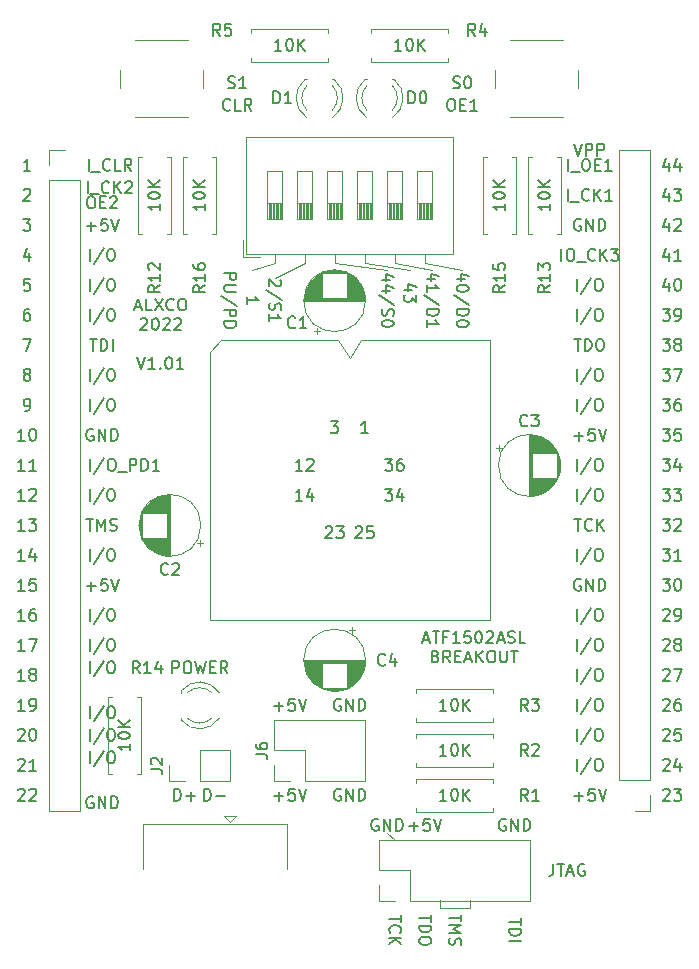
<source format=gbr>
%TF.GenerationSoftware,KiCad,Pcbnew,(5.1.7)-1*%
%TF.CreationDate,2022-07-04T22:41:30-03:00*%
%TF.ProjectId,ATF1502BR,41544631-3530-4324-9252-2e6b69636164,rev?*%
%TF.SameCoordinates,Original*%
%TF.FileFunction,Legend,Top*%
%TF.FilePolarity,Positive*%
%FSLAX46Y46*%
G04 Gerber Fmt 4.6, Leading zero omitted, Abs format (unit mm)*
G04 Created by KiCad (PCBNEW (5.1.7)-1) date 2022-07-04 22:41:30*
%MOMM*%
%LPD*%
G01*
G04 APERTURE LIST*
%ADD10C,0.150000*%
%ADD11C,0.120000*%
G04 APERTURE END LIST*
D10*
X67728333Y-91842380D02*
X67728333Y-92556666D01*
X67680714Y-92699523D01*
X67585476Y-92794761D01*
X67442619Y-92842380D01*
X67347380Y-92842380D01*
X68061666Y-91842380D02*
X68633095Y-91842380D01*
X68347380Y-92842380D02*
X68347380Y-91842380D01*
X68918809Y-92556666D02*
X69395000Y-92556666D01*
X68823571Y-92842380D02*
X69156904Y-91842380D01*
X69490238Y-92842380D01*
X70347380Y-91890000D02*
X70252142Y-91842380D01*
X70109285Y-91842380D01*
X69966428Y-91890000D01*
X69871190Y-91985238D01*
X69823571Y-92080476D01*
X69775952Y-92270952D01*
X69775952Y-92413809D01*
X69823571Y-92604285D01*
X69871190Y-92699523D01*
X69966428Y-92794761D01*
X70109285Y-92842380D01*
X70204523Y-92842380D01*
X70347380Y-92794761D01*
X70395000Y-92747142D01*
X70395000Y-92413809D01*
X70204523Y-92413809D01*
D11*
X53655000Y-89215000D02*
X54290000Y-89850000D01*
D10*
X52893095Y-88080000D02*
X52797857Y-88032380D01*
X52655000Y-88032380D01*
X52512142Y-88080000D01*
X52416904Y-88175238D01*
X52369285Y-88270476D01*
X52321666Y-88460952D01*
X52321666Y-88603809D01*
X52369285Y-88794285D01*
X52416904Y-88889523D01*
X52512142Y-88984761D01*
X52655000Y-89032380D01*
X52750238Y-89032380D01*
X52893095Y-88984761D01*
X52940714Y-88937142D01*
X52940714Y-88603809D01*
X52750238Y-88603809D01*
X53369285Y-89032380D02*
X53369285Y-88032380D01*
X53940714Y-89032380D01*
X53940714Y-88032380D01*
X54416904Y-89032380D02*
X54416904Y-88032380D01*
X54655000Y-88032380D01*
X54797857Y-88080000D01*
X54893095Y-88175238D01*
X54940714Y-88270476D01*
X54988333Y-88460952D01*
X54988333Y-88603809D01*
X54940714Y-88794285D01*
X54893095Y-88889523D01*
X54797857Y-88984761D01*
X54655000Y-89032380D01*
X54416904Y-89032380D01*
X55544285Y-88651428D02*
X56306190Y-88651428D01*
X55925238Y-89032380D02*
X55925238Y-88270476D01*
X57258571Y-88032380D02*
X56782380Y-88032380D01*
X56734761Y-88508571D01*
X56782380Y-88460952D01*
X56877619Y-88413333D01*
X57115714Y-88413333D01*
X57210952Y-88460952D01*
X57258571Y-88508571D01*
X57306190Y-88603809D01*
X57306190Y-88841904D01*
X57258571Y-88937142D01*
X57210952Y-88984761D01*
X57115714Y-89032380D01*
X56877619Y-89032380D01*
X56782380Y-88984761D01*
X56734761Y-88937142D01*
X57591904Y-88032380D02*
X57925238Y-89032380D01*
X58258571Y-88032380D01*
X63688095Y-88080000D02*
X63592857Y-88032380D01*
X63450000Y-88032380D01*
X63307142Y-88080000D01*
X63211904Y-88175238D01*
X63164285Y-88270476D01*
X63116666Y-88460952D01*
X63116666Y-88603809D01*
X63164285Y-88794285D01*
X63211904Y-88889523D01*
X63307142Y-88984761D01*
X63450000Y-89032380D01*
X63545238Y-89032380D01*
X63688095Y-88984761D01*
X63735714Y-88937142D01*
X63735714Y-88603809D01*
X63545238Y-88603809D01*
X64164285Y-89032380D02*
X64164285Y-88032380D01*
X64735714Y-89032380D01*
X64735714Y-88032380D01*
X65211904Y-89032380D02*
X65211904Y-88032380D01*
X65450000Y-88032380D01*
X65592857Y-88080000D01*
X65688095Y-88175238D01*
X65735714Y-88270476D01*
X65783333Y-88460952D01*
X65783333Y-88603809D01*
X65735714Y-88794285D01*
X65688095Y-88889523D01*
X65592857Y-88984761D01*
X65450000Y-89032380D01*
X65211904Y-89032380D01*
X64997619Y-96446190D02*
X64997619Y-97017619D01*
X63997619Y-96731904D02*
X64997619Y-96731904D01*
X63997619Y-97350952D02*
X64997619Y-97350952D01*
X64997619Y-97589047D01*
X64950000Y-97731904D01*
X64854761Y-97827142D01*
X64759523Y-97874761D01*
X64569047Y-97922380D01*
X64426190Y-97922380D01*
X64235714Y-97874761D01*
X64140476Y-97827142D01*
X64045238Y-97731904D01*
X63997619Y-97589047D01*
X63997619Y-97350952D01*
X63997619Y-98350952D02*
X64997619Y-98350952D01*
X59917619Y-96136666D02*
X59917619Y-96708095D01*
X58917619Y-96422380D02*
X59917619Y-96422380D01*
X58917619Y-97041428D02*
X59917619Y-97041428D01*
X59203333Y-97374761D01*
X59917619Y-97708095D01*
X58917619Y-97708095D01*
X58965238Y-98136666D02*
X58917619Y-98279523D01*
X58917619Y-98517619D01*
X58965238Y-98612857D01*
X59012857Y-98660476D01*
X59108095Y-98708095D01*
X59203333Y-98708095D01*
X59298571Y-98660476D01*
X59346190Y-98612857D01*
X59393809Y-98517619D01*
X59441428Y-98327142D01*
X59489047Y-98231904D01*
X59536666Y-98184285D01*
X59631904Y-98136666D01*
X59727142Y-98136666D01*
X59822380Y-98184285D01*
X59870000Y-98231904D01*
X59917619Y-98327142D01*
X59917619Y-98565238D01*
X59870000Y-98708095D01*
X57377619Y-96160476D02*
X57377619Y-96731904D01*
X56377619Y-96446190D02*
X57377619Y-96446190D01*
X56377619Y-97065238D02*
X57377619Y-97065238D01*
X57377619Y-97303333D01*
X57330000Y-97446190D01*
X57234761Y-97541428D01*
X57139523Y-97589047D01*
X56949047Y-97636666D01*
X56806190Y-97636666D01*
X56615714Y-97589047D01*
X56520476Y-97541428D01*
X56425238Y-97446190D01*
X56377619Y-97303333D01*
X56377619Y-97065238D01*
X57377619Y-98255714D02*
X57377619Y-98446190D01*
X57330000Y-98541428D01*
X57234761Y-98636666D01*
X57044285Y-98684285D01*
X56710952Y-98684285D01*
X56520476Y-98636666D01*
X56425238Y-98541428D01*
X56377619Y-98446190D01*
X56377619Y-98255714D01*
X56425238Y-98160476D01*
X56520476Y-98065238D01*
X56710952Y-98017619D01*
X57044285Y-98017619D01*
X57234761Y-98065238D01*
X57330000Y-98160476D01*
X57377619Y-98255714D01*
X54837619Y-96184285D02*
X54837619Y-96755714D01*
X53837619Y-96470000D02*
X54837619Y-96470000D01*
X53932857Y-97660476D02*
X53885238Y-97612857D01*
X53837619Y-97470000D01*
X53837619Y-97374761D01*
X53885238Y-97231904D01*
X53980476Y-97136666D01*
X54075714Y-97089047D01*
X54266190Y-97041428D01*
X54409047Y-97041428D01*
X54599523Y-97089047D01*
X54694761Y-97136666D01*
X54790000Y-97231904D01*
X54837619Y-97374761D01*
X54837619Y-97470000D01*
X54790000Y-97612857D01*
X54742380Y-97660476D01*
X53837619Y-98089047D02*
X54837619Y-98089047D01*
X53837619Y-98660476D02*
X54409047Y-98231904D01*
X54837619Y-98660476D02*
X54266190Y-98089047D01*
X39867619Y-41820476D02*
X40867619Y-41820476D01*
X40867619Y-42201428D01*
X40820000Y-42296666D01*
X40772380Y-42344285D01*
X40677142Y-42391904D01*
X40534285Y-42391904D01*
X40439047Y-42344285D01*
X40391428Y-42296666D01*
X40343809Y-42201428D01*
X40343809Y-41820476D01*
X40867619Y-42820476D02*
X40058095Y-42820476D01*
X39962857Y-42868095D01*
X39915238Y-42915714D01*
X39867619Y-43010952D01*
X39867619Y-43201428D01*
X39915238Y-43296666D01*
X39962857Y-43344285D01*
X40058095Y-43391904D01*
X40867619Y-43391904D01*
X40915238Y-44582380D02*
X39629523Y-43725238D01*
X39867619Y-44915714D02*
X40867619Y-44915714D01*
X40867619Y-45296666D01*
X40820000Y-45391904D01*
X40772380Y-45439523D01*
X40677142Y-45487142D01*
X40534285Y-45487142D01*
X40439047Y-45439523D01*
X40391428Y-45391904D01*
X40343809Y-45296666D01*
X40343809Y-44915714D01*
X39867619Y-45915714D02*
X40867619Y-45915714D01*
X40867619Y-46153809D01*
X40820000Y-46296666D01*
X40724761Y-46391904D01*
X40629523Y-46439523D01*
X40439047Y-46487142D01*
X40296190Y-46487142D01*
X40105714Y-46439523D01*
X40010476Y-46391904D01*
X39915238Y-46296666D01*
X39867619Y-46153809D01*
X39867619Y-45915714D01*
X50988095Y-63362619D02*
X51035714Y-63315000D01*
X51130952Y-63267380D01*
X51369047Y-63267380D01*
X51464285Y-63315000D01*
X51511904Y-63362619D01*
X51559523Y-63457857D01*
X51559523Y-63553095D01*
X51511904Y-63695952D01*
X50940476Y-64267380D01*
X51559523Y-64267380D01*
X52464285Y-63267380D02*
X51988095Y-63267380D01*
X51940476Y-63743571D01*
X51988095Y-63695952D01*
X52083333Y-63648333D01*
X52321428Y-63648333D01*
X52416666Y-63695952D01*
X52464285Y-63743571D01*
X52511904Y-63838809D01*
X52511904Y-64076904D01*
X52464285Y-64172142D01*
X52416666Y-64219761D01*
X52321428Y-64267380D01*
X52083333Y-64267380D01*
X51988095Y-64219761D01*
X51940476Y-64172142D01*
X48448095Y-63362619D02*
X48495714Y-63315000D01*
X48590952Y-63267380D01*
X48829047Y-63267380D01*
X48924285Y-63315000D01*
X48971904Y-63362619D01*
X49019523Y-63457857D01*
X49019523Y-63553095D01*
X48971904Y-63695952D01*
X48400476Y-64267380D01*
X49019523Y-64267380D01*
X49352857Y-63267380D02*
X49971904Y-63267380D01*
X49638571Y-63648333D01*
X49781428Y-63648333D01*
X49876666Y-63695952D01*
X49924285Y-63743571D01*
X49971904Y-63838809D01*
X49971904Y-64076904D01*
X49924285Y-64172142D01*
X49876666Y-64219761D01*
X49781428Y-64267380D01*
X49495714Y-64267380D01*
X49400476Y-64219761D01*
X49352857Y-64172142D01*
X53480476Y-60092380D02*
X54099523Y-60092380D01*
X53766190Y-60473333D01*
X53909047Y-60473333D01*
X54004285Y-60520952D01*
X54051904Y-60568571D01*
X54099523Y-60663809D01*
X54099523Y-60901904D01*
X54051904Y-60997142D01*
X54004285Y-61044761D01*
X53909047Y-61092380D01*
X53623333Y-61092380D01*
X53528095Y-61044761D01*
X53480476Y-60997142D01*
X54956666Y-60425714D02*
X54956666Y-61092380D01*
X54718571Y-60044761D02*
X54480476Y-60759047D01*
X55099523Y-60759047D01*
X53480476Y-57552380D02*
X54099523Y-57552380D01*
X53766190Y-57933333D01*
X53909047Y-57933333D01*
X54004285Y-57980952D01*
X54051904Y-58028571D01*
X54099523Y-58123809D01*
X54099523Y-58361904D01*
X54051904Y-58457142D01*
X54004285Y-58504761D01*
X53909047Y-58552380D01*
X53623333Y-58552380D01*
X53528095Y-58504761D01*
X53480476Y-58457142D01*
X54956666Y-57552380D02*
X54766190Y-57552380D01*
X54670952Y-57600000D01*
X54623333Y-57647619D01*
X54528095Y-57790476D01*
X54480476Y-57980952D01*
X54480476Y-58361904D01*
X54528095Y-58457142D01*
X54575714Y-58504761D01*
X54670952Y-58552380D01*
X54861428Y-58552380D01*
X54956666Y-58504761D01*
X55004285Y-58457142D01*
X55051904Y-58361904D01*
X55051904Y-58123809D01*
X55004285Y-58028571D01*
X54956666Y-57980952D01*
X54861428Y-57933333D01*
X54670952Y-57933333D01*
X54575714Y-57980952D01*
X54528095Y-58028571D01*
X54480476Y-58123809D01*
X46479523Y-61092380D02*
X45908095Y-61092380D01*
X46193809Y-61092380D02*
X46193809Y-60092380D01*
X46098571Y-60235238D01*
X46003333Y-60330476D01*
X45908095Y-60378095D01*
X47336666Y-60425714D02*
X47336666Y-61092380D01*
X47098571Y-60044761D02*
X46860476Y-60759047D01*
X47479523Y-60759047D01*
X46479523Y-58552380D02*
X45908095Y-58552380D01*
X46193809Y-58552380D02*
X46193809Y-57552380D01*
X46098571Y-57695238D01*
X46003333Y-57790476D01*
X45908095Y-57838095D01*
X46860476Y-57647619D02*
X46908095Y-57600000D01*
X47003333Y-57552380D01*
X47241428Y-57552380D01*
X47336666Y-57600000D01*
X47384285Y-57647619D01*
X47431904Y-57742857D01*
X47431904Y-57838095D01*
X47384285Y-57980952D01*
X46812857Y-58552380D01*
X47431904Y-58552380D01*
X48876666Y-54377380D02*
X49495714Y-54377380D01*
X49162380Y-54758333D01*
X49305238Y-54758333D01*
X49400476Y-54805952D01*
X49448095Y-54853571D01*
X49495714Y-54948809D01*
X49495714Y-55186904D01*
X49448095Y-55282142D01*
X49400476Y-55329761D01*
X49305238Y-55377380D01*
X49019523Y-55377380D01*
X48924285Y-55329761D01*
X48876666Y-55282142D01*
X52035714Y-55377380D02*
X51464285Y-55377380D01*
X51750000Y-55377380D02*
X51750000Y-54377380D01*
X51654761Y-54520238D01*
X51559523Y-54615476D01*
X51464285Y-54663095D01*
X32357142Y-44691666D02*
X32833333Y-44691666D01*
X32261904Y-44977380D02*
X32595238Y-43977380D01*
X32928571Y-44977380D01*
X33738095Y-44977380D02*
X33261904Y-44977380D01*
X33261904Y-43977380D01*
X33976190Y-43977380D02*
X34642857Y-44977380D01*
X34642857Y-43977380D02*
X33976190Y-44977380D01*
X35595238Y-44882142D02*
X35547619Y-44929761D01*
X35404761Y-44977380D01*
X35309523Y-44977380D01*
X35166666Y-44929761D01*
X35071428Y-44834523D01*
X35023809Y-44739285D01*
X34976190Y-44548809D01*
X34976190Y-44405952D01*
X35023809Y-44215476D01*
X35071428Y-44120238D01*
X35166666Y-44025000D01*
X35309523Y-43977380D01*
X35404761Y-43977380D01*
X35547619Y-44025000D01*
X35595238Y-44072619D01*
X36214285Y-43977380D02*
X36404761Y-43977380D01*
X36500000Y-44025000D01*
X36595238Y-44120238D01*
X36642857Y-44310714D01*
X36642857Y-44644047D01*
X36595238Y-44834523D01*
X36500000Y-44929761D01*
X36404761Y-44977380D01*
X36214285Y-44977380D01*
X36119047Y-44929761D01*
X36023809Y-44834523D01*
X35976190Y-44644047D01*
X35976190Y-44310714D01*
X36023809Y-44120238D01*
X36119047Y-44025000D01*
X36214285Y-43977380D01*
X32785714Y-45722619D02*
X32833333Y-45675000D01*
X32928571Y-45627380D01*
X33166666Y-45627380D01*
X33261904Y-45675000D01*
X33309523Y-45722619D01*
X33357142Y-45817857D01*
X33357142Y-45913095D01*
X33309523Y-46055952D01*
X32738095Y-46627380D01*
X33357142Y-46627380D01*
X33976190Y-45627380D02*
X34071428Y-45627380D01*
X34166666Y-45675000D01*
X34214285Y-45722619D01*
X34261904Y-45817857D01*
X34309523Y-46008333D01*
X34309523Y-46246428D01*
X34261904Y-46436904D01*
X34214285Y-46532142D01*
X34166666Y-46579761D01*
X34071428Y-46627380D01*
X33976190Y-46627380D01*
X33880952Y-46579761D01*
X33833333Y-46532142D01*
X33785714Y-46436904D01*
X33738095Y-46246428D01*
X33738095Y-46008333D01*
X33785714Y-45817857D01*
X33833333Y-45722619D01*
X33880952Y-45675000D01*
X33976190Y-45627380D01*
X34690476Y-45722619D02*
X34738095Y-45675000D01*
X34833333Y-45627380D01*
X35071428Y-45627380D01*
X35166666Y-45675000D01*
X35214285Y-45722619D01*
X35261904Y-45817857D01*
X35261904Y-45913095D01*
X35214285Y-46055952D01*
X34642857Y-46627380D01*
X35261904Y-46627380D01*
X35642857Y-45722619D02*
X35690476Y-45675000D01*
X35785714Y-45627380D01*
X36023809Y-45627380D01*
X36119047Y-45675000D01*
X36166666Y-45722619D01*
X36214285Y-45817857D01*
X36214285Y-45913095D01*
X36166666Y-46055952D01*
X35595238Y-46627380D01*
X36214285Y-46627380D01*
X32500000Y-48927380D02*
X32833333Y-49927380D01*
X33166666Y-48927380D01*
X34023809Y-49927380D02*
X33452380Y-49927380D01*
X33738095Y-49927380D02*
X33738095Y-48927380D01*
X33642857Y-49070238D01*
X33547619Y-49165476D01*
X33452380Y-49213095D01*
X34452380Y-49832142D02*
X34500000Y-49879761D01*
X34452380Y-49927380D01*
X34404761Y-49879761D01*
X34452380Y-49832142D01*
X34452380Y-49927380D01*
X35119047Y-48927380D02*
X35214285Y-48927380D01*
X35309523Y-48975000D01*
X35357142Y-49022619D01*
X35404761Y-49117857D01*
X35452380Y-49308333D01*
X35452380Y-49546428D01*
X35404761Y-49736904D01*
X35357142Y-49832142D01*
X35309523Y-49879761D01*
X35214285Y-49927380D01*
X35119047Y-49927380D01*
X35023809Y-49879761D01*
X34976190Y-49832142D01*
X34928571Y-49736904D01*
X34880952Y-49546428D01*
X34880952Y-49308333D01*
X34928571Y-49117857D01*
X34976190Y-49022619D01*
X35023809Y-48975000D01*
X35119047Y-48927380D01*
X36404761Y-49927380D02*
X35833333Y-49927380D01*
X36119047Y-49927380D02*
X36119047Y-48927380D01*
X36023809Y-49070238D01*
X35928571Y-49165476D01*
X35833333Y-49213095D01*
X56738095Y-72841666D02*
X57214285Y-72841666D01*
X56642857Y-73127380D02*
X56976190Y-72127380D01*
X57309523Y-73127380D01*
X57500000Y-72127380D02*
X58071428Y-72127380D01*
X57785714Y-73127380D02*
X57785714Y-72127380D01*
X58738095Y-72603571D02*
X58404761Y-72603571D01*
X58404761Y-73127380D02*
X58404761Y-72127380D01*
X58880952Y-72127380D01*
X59785714Y-73127380D02*
X59214285Y-73127380D01*
X59500000Y-73127380D02*
X59500000Y-72127380D01*
X59404761Y-72270238D01*
X59309523Y-72365476D01*
X59214285Y-72413095D01*
X60690476Y-72127380D02*
X60214285Y-72127380D01*
X60166666Y-72603571D01*
X60214285Y-72555952D01*
X60309523Y-72508333D01*
X60547619Y-72508333D01*
X60642857Y-72555952D01*
X60690476Y-72603571D01*
X60738095Y-72698809D01*
X60738095Y-72936904D01*
X60690476Y-73032142D01*
X60642857Y-73079761D01*
X60547619Y-73127380D01*
X60309523Y-73127380D01*
X60214285Y-73079761D01*
X60166666Y-73032142D01*
X61357142Y-72127380D02*
X61452380Y-72127380D01*
X61547619Y-72175000D01*
X61595238Y-72222619D01*
X61642857Y-72317857D01*
X61690476Y-72508333D01*
X61690476Y-72746428D01*
X61642857Y-72936904D01*
X61595238Y-73032142D01*
X61547619Y-73079761D01*
X61452380Y-73127380D01*
X61357142Y-73127380D01*
X61261904Y-73079761D01*
X61214285Y-73032142D01*
X61166666Y-72936904D01*
X61119047Y-72746428D01*
X61119047Y-72508333D01*
X61166666Y-72317857D01*
X61214285Y-72222619D01*
X61261904Y-72175000D01*
X61357142Y-72127380D01*
X62071428Y-72222619D02*
X62119047Y-72175000D01*
X62214285Y-72127380D01*
X62452380Y-72127380D01*
X62547619Y-72175000D01*
X62595238Y-72222619D01*
X62642857Y-72317857D01*
X62642857Y-72413095D01*
X62595238Y-72555952D01*
X62023809Y-73127380D01*
X62642857Y-73127380D01*
X63023809Y-72841666D02*
X63500000Y-72841666D01*
X62928571Y-73127380D02*
X63261904Y-72127380D01*
X63595238Y-73127380D01*
X63880952Y-73079761D02*
X64023809Y-73127380D01*
X64261904Y-73127380D01*
X64357142Y-73079761D01*
X64404761Y-73032142D01*
X64452380Y-72936904D01*
X64452380Y-72841666D01*
X64404761Y-72746428D01*
X64357142Y-72698809D01*
X64261904Y-72651190D01*
X64071428Y-72603571D01*
X63976190Y-72555952D01*
X63928571Y-72508333D01*
X63880952Y-72413095D01*
X63880952Y-72317857D01*
X63928571Y-72222619D01*
X63976190Y-72175000D01*
X64071428Y-72127380D01*
X64309523Y-72127380D01*
X64452380Y-72175000D01*
X65357142Y-73127380D02*
X64880952Y-73127380D01*
X64880952Y-72127380D01*
X57761904Y-74253571D02*
X57904761Y-74301190D01*
X57952380Y-74348809D01*
X58000000Y-74444047D01*
X58000000Y-74586904D01*
X57952380Y-74682142D01*
X57904761Y-74729761D01*
X57809523Y-74777380D01*
X57428571Y-74777380D01*
X57428571Y-73777380D01*
X57761904Y-73777380D01*
X57857142Y-73825000D01*
X57904761Y-73872619D01*
X57952380Y-73967857D01*
X57952380Y-74063095D01*
X57904761Y-74158333D01*
X57857142Y-74205952D01*
X57761904Y-74253571D01*
X57428571Y-74253571D01*
X59000000Y-74777380D02*
X58666666Y-74301190D01*
X58428571Y-74777380D02*
X58428571Y-73777380D01*
X58809523Y-73777380D01*
X58904761Y-73825000D01*
X58952380Y-73872619D01*
X59000000Y-73967857D01*
X59000000Y-74110714D01*
X58952380Y-74205952D01*
X58904761Y-74253571D01*
X58809523Y-74301190D01*
X58428571Y-74301190D01*
X59428571Y-74253571D02*
X59761904Y-74253571D01*
X59904761Y-74777380D02*
X59428571Y-74777380D01*
X59428571Y-73777380D01*
X59904761Y-73777380D01*
X60285714Y-74491666D02*
X60761904Y-74491666D01*
X60190476Y-74777380D02*
X60523809Y-73777380D01*
X60857142Y-74777380D01*
X61190476Y-74777380D02*
X61190476Y-73777380D01*
X61761904Y-74777380D02*
X61333333Y-74205952D01*
X61761904Y-73777380D02*
X61190476Y-74348809D01*
X62380952Y-73777380D02*
X62571428Y-73777380D01*
X62666666Y-73825000D01*
X62761904Y-73920238D01*
X62809523Y-74110714D01*
X62809523Y-74444047D01*
X62761904Y-74634523D01*
X62666666Y-74729761D01*
X62571428Y-74777380D01*
X62380952Y-74777380D01*
X62285714Y-74729761D01*
X62190476Y-74634523D01*
X62142857Y-74444047D01*
X62142857Y-74110714D01*
X62190476Y-73920238D01*
X62285714Y-73825000D01*
X62380952Y-73777380D01*
X63238095Y-73777380D02*
X63238095Y-74586904D01*
X63285714Y-74682142D01*
X63333333Y-74729761D01*
X63428571Y-74777380D01*
X63619047Y-74777380D01*
X63714285Y-74729761D01*
X63761904Y-74682142D01*
X63809523Y-74586904D01*
X63809523Y-73777380D01*
X64142857Y-73777380D02*
X64714285Y-73777380D01*
X64428571Y-74777380D02*
X64428571Y-73777380D01*
D11*
X50500000Y-49000000D02*
X51480000Y-47520000D01*
X49480000Y-47520000D02*
X50500000Y-49000000D01*
X44130000Y-40955000D02*
X42225000Y-41590000D01*
X44130000Y-40320000D02*
X44130000Y-40955000D01*
X46670000Y-40955000D02*
X44130000Y-42225000D01*
X46670000Y-40320000D02*
X46670000Y-40955000D01*
D10*
X41772619Y-44415714D02*
X41772619Y-43844285D01*
X41772619Y-44130000D02*
X42772619Y-44130000D01*
X42629761Y-44034761D01*
X42534523Y-43939523D01*
X42486904Y-43844285D01*
X44582380Y-42368095D02*
X44630000Y-42415714D01*
X44677619Y-42510952D01*
X44677619Y-42749047D01*
X44630000Y-42844285D01*
X44582380Y-42891904D01*
X44487142Y-42939523D01*
X44391904Y-42939523D01*
X44249047Y-42891904D01*
X43677619Y-42320476D01*
X43677619Y-42939523D01*
X44725238Y-44082380D02*
X43439523Y-43225238D01*
X43725238Y-44368095D02*
X43677619Y-44510952D01*
X43677619Y-44749047D01*
X43725238Y-44844285D01*
X43772857Y-44891904D01*
X43868095Y-44939523D01*
X43963333Y-44939523D01*
X44058571Y-44891904D01*
X44106190Y-44844285D01*
X44153809Y-44749047D01*
X44201428Y-44558571D01*
X44249047Y-44463333D01*
X44296666Y-44415714D01*
X44391904Y-44368095D01*
X44487142Y-44368095D01*
X44582380Y-44415714D01*
X44630000Y-44463333D01*
X44677619Y-44558571D01*
X44677619Y-44796666D01*
X44630000Y-44939523D01*
X43677619Y-45891904D02*
X43677619Y-45320476D01*
X43677619Y-45606190D02*
X44677619Y-45606190D01*
X44534761Y-45510952D01*
X44439523Y-45415714D01*
X44391904Y-45320476D01*
X40359761Y-27977142D02*
X40312142Y-28024761D01*
X40169285Y-28072380D01*
X40074047Y-28072380D01*
X39931190Y-28024761D01*
X39835952Y-27929523D01*
X39788333Y-27834285D01*
X39740714Y-27643809D01*
X39740714Y-27500952D01*
X39788333Y-27310476D01*
X39835952Y-27215238D01*
X39931190Y-27120000D01*
X40074047Y-27072380D01*
X40169285Y-27072380D01*
X40312142Y-27120000D01*
X40359761Y-27167619D01*
X41264523Y-28072380D02*
X40788333Y-28072380D01*
X40788333Y-27072380D01*
X42169285Y-28072380D02*
X41835952Y-27596190D01*
X41597857Y-28072380D02*
X41597857Y-27072380D01*
X41978809Y-27072380D01*
X42074047Y-27120000D01*
X42121666Y-27167619D01*
X42169285Y-27262857D01*
X42169285Y-27405714D01*
X42121666Y-27500952D01*
X42074047Y-27548571D01*
X41978809Y-27596190D01*
X41597857Y-27596190D01*
X58981190Y-27072380D02*
X59171666Y-27072380D01*
X59266904Y-27120000D01*
X59362142Y-27215238D01*
X59409761Y-27405714D01*
X59409761Y-27739047D01*
X59362142Y-27929523D01*
X59266904Y-28024761D01*
X59171666Y-28072380D01*
X58981190Y-28072380D01*
X58885952Y-28024761D01*
X58790714Y-27929523D01*
X58743095Y-27739047D01*
X58743095Y-27405714D01*
X58790714Y-27215238D01*
X58885952Y-27120000D01*
X58981190Y-27072380D01*
X59838333Y-27548571D02*
X60171666Y-27548571D01*
X60314523Y-28072380D02*
X59838333Y-28072380D01*
X59838333Y-27072380D01*
X60314523Y-27072380D01*
X61266904Y-28072380D02*
X60695476Y-28072380D01*
X60981190Y-28072380D02*
X60981190Y-27072380D01*
X60885952Y-27215238D01*
X60790714Y-27310476D01*
X60695476Y-27358095D01*
D11*
X54290000Y-40955000D02*
X57465000Y-41590000D01*
X56830000Y-40955000D02*
X60005000Y-41590000D01*
X56830000Y-40320000D02*
X56830000Y-40955000D01*
X54290000Y-40320000D02*
X54290000Y-40955000D01*
X51750000Y-40955000D02*
X55560000Y-41590000D01*
X51750000Y-40320000D02*
X51750000Y-40955000D01*
X49210000Y-40955000D02*
X53655000Y-41590000D01*
X49210000Y-40320000D02*
X49210000Y-40955000D01*
D10*
X53869285Y-42368095D02*
X53202619Y-42368095D01*
X54250238Y-42130000D02*
X53535952Y-41891904D01*
X53535952Y-42510952D01*
X53869285Y-43320476D02*
X53202619Y-43320476D01*
X54250238Y-43082380D02*
X53535952Y-42844285D01*
X53535952Y-43463333D01*
X54250238Y-44558571D02*
X52964523Y-43701428D01*
X53250238Y-44844285D02*
X53202619Y-44987142D01*
X53202619Y-45225238D01*
X53250238Y-45320476D01*
X53297857Y-45368095D01*
X53393095Y-45415714D01*
X53488333Y-45415714D01*
X53583571Y-45368095D01*
X53631190Y-45320476D01*
X53678809Y-45225238D01*
X53726428Y-45034761D01*
X53774047Y-44939523D01*
X53821666Y-44891904D01*
X53916904Y-44844285D01*
X54012142Y-44844285D01*
X54107380Y-44891904D01*
X54155000Y-44939523D01*
X54202619Y-45034761D01*
X54202619Y-45272857D01*
X54155000Y-45415714D01*
X54202619Y-46034761D02*
X54202619Y-46130000D01*
X54155000Y-46225238D01*
X54107380Y-46272857D01*
X54012142Y-46320476D01*
X53821666Y-46368095D01*
X53583571Y-46368095D01*
X53393095Y-46320476D01*
X53297857Y-46272857D01*
X53250238Y-46225238D01*
X53202619Y-46130000D01*
X53202619Y-46034761D01*
X53250238Y-45939523D01*
X53297857Y-45891904D01*
X53393095Y-45844285D01*
X53583571Y-45796666D01*
X53821666Y-45796666D01*
X54012142Y-45844285D01*
X54107380Y-45891904D01*
X54155000Y-45939523D01*
X54202619Y-46034761D01*
X55774285Y-43209285D02*
X55107619Y-43209285D01*
X56155238Y-42971190D02*
X55440952Y-42733095D01*
X55440952Y-43352142D01*
X56107619Y-43637857D02*
X56107619Y-44256904D01*
X55726666Y-43923571D01*
X55726666Y-44066428D01*
X55679047Y-44161666D01*
X55631428Y-44209285D01*
X55536190Y-44256904D01*
X55298095Y-44256904D01*
X55202857Y-44209285D01*
X55155238Y-44161666D01*
X55107619Y-44066428D01*
X55107619Y-43780714D01*
X55155238Y-43685476D01*
X55202857Y-43637857D01*
X40193095Y-26119761D02*
X40335952Y-26167380D01*
X40574047Y-26167380D01*
X40669285Y-26119761D01*
X40716904Y-26072142D01*
X40764523Y-25976904D01*
X40764523Y-25881666D01*
X40716904Y-25786428D01*
X40669285Y-25738809D01*
X40574047Y-25691190D01*
X40383571Y-25643571D01*
X40288333Y-25595952D01*
X40240714Y-25548333D01*
X40193095Y-25453095D01*
X40193095Y-25357857D01*
X40240714Y-25262619D01*
X40288333Y-25215000D01*
X40383571Y-25167380D01*
X40621666Y-25167380D01*
X40764523Y-25215000D01*
X41716904Y-26167380D02*
X41145476Y-26167380D01*
X41431190Y-26167380D02*
X41431190Y-25167380D01*
X41335952Y-25310238D01*
X41240714Y-25405476D01*
X41145476Y-25453095D01*
X57679285Y-42344285D02*
X57012619Y-42344285D01*
X58060238Y-42106190D02*
X57345952Y-41868095D01*
X57345952Y-42487142D01*
X57012619Y-43391904D02*
X57012619Y-42820476D01*
X57012619Y-43106190D02*
X58012619Y-43106190D01*
X57869761Y-43010952D01*
X57774523Y-42915714D01*
X57726904Y-42820476D01*
X58060238Y-44534761D02*
X56774523Y-43677619D01*
X57012619Y-44868095D02*
X58012619Y-44868095D01*
X58012619Y-45106190D01*
X57965000Y-45249047D01*
X57869761Y-45344285D01*
X57774523Y-45391904D01*
X57584047Y-45439523D01*
X57441190Y-45439523D01*
X57250714Y-45391904D01*
X57155476Y-45344285D01*
X57060238Y-45249047D01*
X57012619Y-45106190D01*
X57012619Y-44868095D01*
X57012619Y-46391904D02*
X57012619Y-45820476D01*
X57012619Y-46106190D02*
X58012619Y-46106190D01*
X57869761Y-46010952D01*
X57774523Y-45915714D01*
X57726904Y-45820476D01*
X60219285Y-42344285D02*
X59552619Y-42344285D01*
X60600238Y-42106190D02*
X59885952Y-41868095D01*
X59885952Y-42487142D01*
X60552619Y-43058571D02*
X60552619Y-43153809D01*
X60505000Y-43249047D01*
X60457380Y-43296666D01*
X60362142Y-43344285D01*
X60171666Y-43391904D01*
X59933571Y-43391904D01*
X59743095Y-43344285D01*
X59647857Y-43296666D01*
X59600238Y-43249047D01*
X59552619Y-43153809D01*
X59552619Y-43058571D01*
X59600238Y-42963333D01*
X59647857Y-42915714D01*
X59743095Y-42868095D01*
X59933571Y-42820476D01*
X60171666Y-42820476D01*
X60362142Y-42868095D01*
X60457380Y-42915714D01*
X60505000Y-42963333D01*
X60552619Y-43058571D01*
X60600238Y-44534761D02*
X59314523Y-43677619D01*
X59552619Y-44868095D02*
X60552619Y-44868095D01*
X60552619Y-45106190D01*
X60505000Y-45249047D01*
X60409761Y-45344285D01*
X60314523Y-45391904D01*
X60124047Y-45439523D01*
X59981190Y-45439523D01*
X59790714Y-45391904D01*
X59695476Y-45344285D01*
X59600238Y-45249047D01*
X59552619Y-45106190D01*
X59552619Y-44868095D01*
X60552619Y-46058571D02*
X60552619Y-46153809D01*
X60505000Y-46249047D01*
X60457380Y-46296666D01*
X60362142Y-46344285D01*
X60171666Y-46391904D01*
X59933571Y-46391904D01*
X59743095Y-46344285D01*
X59647857Y-46296666D01*
X59600238Y-46249047D01*
X59552619Y-46153809D01*
X59552619Y-46058571D01*
X59600238Y-45963333D01*
X59647857Y-45915714D01*
X59743095Y-45868095D01*
X59933571Y-45820476D01*
X60171666Y-45820476D01*
X60362142Y-45868095D01*
X60457380Y-45915714D01*
X60505000Y-45963333D01*
X60552619Y-46058571D01*
X35470476Y-75697380D02*
X35470476Y-74697380D01*
X35851428Y-74697380D01*
X35946666Y-74745000D01*
X35994285Y-74792619D01*
X36041904Y-74887857D01*
X36041904Y-75030714D01*
X35994285Y-75125952D01*
X35946666Y-75173571D01*
X35851428Y-75221190D01*
X35470476Y-75221190D01*
X36660952Y-74697380D02*
X36851428Y-74697380D01*
X36946666Y-74745000D01*
X37041904Y-74840238D01*
X37089523Y-75030714D01*
X37089523Y-75364047D01*
X37041904Y-75554523D01*
X36946666Y-75649761D01*
X36851428Y-75697380D01*
X36660952Y-75697380D01*
X36565714Y-75649761D01*
X36470476Y-75554523D01*
X36422857Y-75364047D01*
X36422857Y-75030714D01*
X36470476Y-74840238D01*
X36565714Y-74745000D01*
X36660952Y-74697380D01*
X37422857Y-74697380D02*
X37660952Y-75697380D01*
X37851428Y-74983095D01*
X38041904Y-75697380D01*
X38280000Y-74697380D01*
X38660952Y-75173571D02*
X38994285Y-75173571D01*
X39137142Y-75697380D02*
X38660952Y-75697380D01*
X38660952Y-74697380D01*
X39137142Y-74697380D01*
X40137142Y-75697380D02*
X39803809Y-75221190D01*
X39565714Y-75697380D02*
X39565714Y-74697380D01*
X39946666Y-74697380D01*
X40041904Y-74745000D01*
X40089523Y-74792619D01*
X40137142Y-74887857D01*
X40137142Y-75030714D01*
X40089523Y-75125952D01*
X40041904Y-75173571D01*
X39946666Y-75221190D01*
X39565714Y-75221190D01*
X59243095Y-26119761D02*
X59385952Y-26167380D01*
X59624047Y-26167380D01*
X59719285Y-26119761D01*
X59766904Y-26072142D01*
X59814523Y-25976904D01*
X59814523Y-25881666D01*
X59766904Y-25786428D01*
X59719285Y-25738809D01*
X59624047Y-25691190D01*
X59433571Y-25643571D01*
X59338333Y-25595952D01*
X59290714Y-25548333D01*
X59243095Y-25453095D01*
X59243095Y-25357857D01*
X59290714Y-25262619D01*
X59338333Y-25215000D01*
X59433571Y-25167380D01*
X59671666Y-25167380D01*
X59814523Y-25215000D01*
X60433571Y-25167380D02*
X60528809Y-25167380D01*
X60624047Y-25215000D01*
X60671666Y-25262619D01*
X60719285Y-25357857D01*
X60766904Y-25548333D01*
X60766904Y-25786428D01*
X60719285Y-25976904D01*
X60671666Y-26072142D01*
X60624047Y-26119761D01*
X60528809Y-26167380D01*
X60433571Y-26167380D01*
X60338333Y-26119761D01*
X60290714Y-26072142D01*
X60243095Y-25976904D01*
X60195476Y-25786428D01*
X60195476Y-25548333D01*
X60243095Y-25357857D01*
X60290714Y-25262619D01*
X60338333Y-25215000D01*
X60433571Y-25167380D01*
X44114285Y-78491428D02*
X44876190Y-78491428D01*
X44495238Y-78872380D02*
X44495238Y-78110476D01*
X45828571Y-77872380D02*
X45352380Y-77872380D01*
X45304761Y-78348571D01*
X45352380Y-78300952D01*
X45447619Y-78253333D01*
X45685714Y-78253333D01*
X45780952Y-78300952D01*
X45828571Y-78348571D01*
X45876190Y-78443809D01*
X45876190Y-78681904D01*
X45828571Y-78777142D01*
X45780952Y-78824761D01*
X45685714Y-78872380D01*
X45447619Y-78872380D01*
X45352380Y-78824761D01*
X45304761Y-78777142D01*
X46161904Y-77872380D02*
X46495238Y-78872380D01*
X46828571Y-77872380D01*
X49718095Y-77920000D02*
X49622857Y-77872380D01*
X49480000Y-77872380D01*
X49337142Y-77920000D01*
X49241904Y-78015238D01*
X49194285Y-78110476D01*
X49146666Y-78300952D01*
X49146666Y-78443809D01*
X49194285Y-78634285D01*
X49241904Y-78729523D01*
X49337142Y-78824761D01*
X49480000Y-78872380D01*
X49575238Y-78872380D01*
X49718095Y-78824761D01*
X49765714Y-78777142D01*
X49765714Y-78443809D01*
X49575238Y-78443809D01*
X50194285Y-78872380D02*
X50194285Y-77872380D01*
X50765714Y-78872380D01*
X50765714Y-77872380D01*
X51241904Y-78872380D02*
X51241904Y-77872380D01*
X51480000Y-77872380D01*
X51622857Y-77920000D01*
X51718095Y-78015238D01*
X51765714Y-78110476D01*
X51813333Y-78300952D01*
X51813333Y-78443809D01*
X51765714Y-78634285D01*
X51718095Y-78729523D01*
X51622857Y-78824761D01*
X51480000Y-78872380D01*
X51241904Y-78872380D01*
X49718095Y-85540000D02*
X49622857Y-85492380D01*
X49480000Y-85492380D01*
X49337142Y-85540000D01*
X49241904Y-85635238D01*
X49194285Y-85730476D01*
X49146666Y-85920952D01*
X49146666Y-86063809D01*
X49194285Y-86254285D01*
X49241904Y-86349523D01*
X49337142Y-86444761D01*
X49480000Y-86492380D01*
X49575238Y-86492380D01*
X49718095Y-86444761D01*
X49765714Y-86397142D01*
X49765714Y-86063809D01*
X49575238Y-86063809D01*
X50194285Y-86492380D02*
X50194285Y-85492380D01*
X50765714Y-86492380D01*
X50765714Y-85492380D01*
X51241904Y-86492380D02*
X51241904Y-85492380D01*
X51480000Y-85492380D01*
X51622857Y-85540000D01*
X51718095Y-85635238D01*
X51765714Y-85730476D01*
X51813333Y-85920952D01*
X51813333Y-86063809D01*
X51765714Y-86254285D01*
X51718095Y-86349523D01*
X51622857Y-86444761D01*
X51480000Y-86492380D01*
X51241904Y-86492380D01*
X44114285Y-86111428D02*
X44876190Y-86111428D01*
X44495238Y-86492380D02*
X44495238Y-85730476D01*
X45828571Y-85492380D02*
X45352380Y-85492380D01*
X45304761Y-85968571D01*
X45352380Y-85920952D01*
X45447619Y-85873333D01*
X45685714Y-85873333D01*
X45780952Y-85920952D01*
X45828571Y-85968571D01*
X45876190Y-86063809D01*
X45876190Y-86301904D01*
X45828571Y-86397142D01*
X45780952Y-86444761D01*
X45685714Y-86492380D01*
X45447619Y-86492380D01*
X45352380Y-86444761D01*
X45304761Y-86397142D01*
X46161904Y-85492380D02*
X46495238Y-86492380D01*
X46828571Y-85492380D01*
X38169047Y-86492380D02*
X38169047Y-85492380D01*
X38407142Y-85492380D01*
X38550000Y-85540000D01*
X38645238Y-85635238D01*
X38692857Y-85730476D01*
X38740476Y-85920952D01*
X38740476Y-86063809D01*
X38692857Y-86254285D01*
X38645238Y-86349523D01*
X38550000Y-86444761D01*
X38407142Y-86492380D01*
X38169047Y-86492380D01*
X39169047Y-86111428D02*
X39930952Y-86111428D01*
X35629047Y-86492380D02*
X35629047Y-85492380D01*
X35867142Y-85492380D01*
X36010000Y-85540000D01*
X36105238Y-85635238D01*
X36152857Y-85730476D01*
X36200476Y-85920952D01*
X36200476Y-86063809D01*
X36152857Y-86254285D01*
X36105238Y-86349523D01*
X36010000Y-86444761D01*
X35867142Y-86492380D01*
X35629047Y-86492380D01*
X36629047Y-86111428D02*
X37390952Y-86111428D01*
X37010000Y-86492380D02*
X37010000Y-85730476D01*
X69490476Y-47392380D02*
X70061904Y-47392380D01*
X69776190Y-48392380D02*
X69776190Y-47392380D01*
X70395238Y-48392380D02*
X70395238Y-47392380D01*
X70633333Y-47392380D01*
X70776190Y-47440000D01*
X70871428Y-47535238D01*
X70919047Y-47630476D01*
X70966666Y-47820952D01*
X70966666Y-47963809D01*
X70919047Y-48154285D01*
X70871428Y-48249523D01*
X70776190Y-48344761D01*
X70633333Y-48392380D01*
X70395238Y-48392380D01*
X71585714Y-47392380D02*
X71776190Y-47392380D01*
X71871428Y-47440000D01*
X71966666Y-47535238D01*
X72014285Y-47725714D01*
X72014285Y-48059047D01*
X71966666Y-48249523D01*
X71871428Y-48344761D01*
X71776190Y-48392380D01*
X71585714Y-48392380D01*
X71490476Y-48344761D01*
X71395238Y-48249523D01*
X71347619Y-48059047D01*
X71347619Y-47725714D01*
X71395238Y-47535238D01*
X71490476Y-47440000D01*
X71585714Y-47392380D01*
X69514285Y-55631428D02*
X70276190Y-55631428D01*
X69895238Y-56012380D02*
X69895238Y-55250476D01*
X71228571Y-55012380D02*
X70752380Y-55012380D01*
X70704761Y-55488571D01*
X70752380Y-55440952D01*
X70847619Y-55393333D01*
X71085714Y-55393333D01*
X71180952Y-55440952D01*
X71228571Y-55488571D01*
X71276190Y-55583809D01*
X71276190Y-55821904D01*
X71228571Y-55917142D01*
X71180952Y-55964761D01*
X71085714Y-56012380D01*
X70847619Y-56012380D01*
X70752380Y-55964761D01*
X70704761Y-55917142D01*
X71561904Y-55012380D02*
X71895238Y-56012380D01*
X72228571Y-55012380D01*
X69514285Y-62632380D02*
X70085714Y-62632380D01*
X69800000Y-63632380D02*
X69800000Y-62632380D01*
X70990476Y-63537142D02*
X70942857Y-63584761D01*
X70800000Y-63632380D01*
X70704761Y-63632380D01*
X70561904Y-63584761D01*
X70466666Y-63489523D01*
X70419047Y-63394285D01*
X70371428Y-63203809D01*
X70371428Y-63060952D01*
X70419047Y-62870476D01*
X70466666Y-62775238D01*
X70561904Y-62680000D01*
X70704761Y-62632380D01*
X70800000Y-62632380D01*
X70942857Y-62680000D01*
X70990476Y-62727619D01*
X71419047Y-63632380D02*
X71419047Y-62632380D01*
X71990476Y-63632380D02*
X71561904Y-63060952D01*
X71990476Y-62632380D02*
X71419047Y-63203809D01*
X70038095Y-67760000D02*
X69942857Y-67712380D01*
X69800000Y-67712380D01*
X69657142Y-67760000D01*
X69561904Y-67855238D01*
X69514285Y-67950476D01*
X69466666Y-68140952D01*
X69466666Y-68283809D01*
X69514285Y-68474285D01*
X69561904Y-68569523D01*
X69657142Y-68664761D01*
X69800000Y-68712380D01*
X69895238Y-68712380D01*
X70038095Y-68664761D01*
X70085714Y-68617142D01*
X70085714Y-68283809D01*
X69895238Y-68283809D01*
X70514285Y-68712380D02*
X70514285Y-67712380D01*
X71085714Y-68712380D01*
X71085714Y-67712380D01*
X71561904Y-68712380D02*
X71561904Y-67712380D01*
X71800000Y-67712380D01*
X71942857Y-67760000D01*
X72038095Y-67855238D01*
X72085714Y-67950476D01*
X72133333Y-68140952D01*
X72133333Y-68283809D01*
X72085714Y-68474285D01*
X72038095Y-68569523D01*
X71942857Y-68664761D01*
X71800000Y-68712380D01*
X71561904Y-68712380D01*
X69514285Y-86111428D02*
X70276190Y-86111428D01*
X69895238Y-86492380D02*
X69895238Y-85730476D01*
X71228571Y-85492380D02*
X70752380Y-85492380D01*
X70704761Y-85968571D01*
X70752380Y-85920952D01*
X70847619Y-85873333D01*
X71085714Y-85873333D01*
X71180952Y-85920952D01*
X71228571Y-85968571D01*
X71276190Y-86063809D01*
X71276190Y-86301904D01*
X71228571Y-86397142D01*
X71180952Y-86444761D01*
X71085714Y-86492380D01*
X70847619Y-86492380D01*
X70752380Y-86444761D01*
X70704761Y-86397142D01*
X71561904Y-85492380D02*
X71895238Y-86492380D01*
X72228571Y-85492380D01*
X28374285Y-33152380D02*
X28374285Y-32152380D01*
X28612380Y-33247619D02*
X29374285Y-33247619D01*
X30183809Y-33057142D02*
X30136190Y-33104761D01*
X29993333Y-33152380D01*
X29898095Y-33152380D01*
X29755238Y-33104761D01*
X29660000Y-33009523D01*
X29612380Y-32914285D01*
X29564761Y-32723809D01*
X29564761Y-32580952D01*
X29612380Y-32390476D01*
X29660000Y-32295238D01*
X29755238Y-32200000D01*
X29898095Y-32152380D01*
X29993333Y-32152380D01*
X30136190Y-32200000D01*
X30183809Y-32247619D01*
X31088571Y-33152380D02*
X30612380Y-33152380D01*
X30612380Y-32152380D01*
X31993333Y-33152380D02*
X31660000Y-32676190D01*
X31421904Y-33152380D02*
X31421904Y-32152380D01*
X31802857Y-32152380D01*
X31898095Y-32200000D01*
X31945714Y-32247619D01*
X31993333Y-32342857D01*
X31993333Y-32485714D01*
X31945714Y-32580952D01*
X31898095Y-32628571D01*
X31802857Y-32676190D01*
X31421904Y-32676190D01*
X28501190Y-35327380D02*
X28691666Y-35327380D01*
X28786904Y-35375000D01*
X28882142Y-35470238D01*
X28929761Y-35660714D01*
X28929761Y-35994047D01*
X28882142Y-36184523D01*
X28786904Y-36279761D01*
X28691666Y-36327380D01*
X28501190Y-36327380D01*
X28405952Y-36279761D01*
X28310714Y-36184523D01*
X28263095Y-35994047D01*
X28263095Y-35660714D01*
X28310714Y-35470238D01*
X28405952Y-35375000D01*
X28501190Y-35327380D01*
X29358333Y-35803571D02*
X29691666Y-35803571D01*
X29834523Y-36327380D02*
X29358333Y-36327380D01*
X29358333Y-35327380D01*
X29834523Y-35327380D01*
X30215476Y-35422619D02*
X30263095Y-35375000D01*
X30358333Y-35327380D01*
X30596428Y-35327380D01*
X30691666Y-35375000D01*
X30739285Y-35422619D01*
X30786904Y-35517857D01*
X30786904Y-35613095D01*
X30739285Y-35755952D01*
X30167857Y-36327380D01*
X30786904Y-36327380D01*
X28302857Y-35057380D02*
X28302857Y-34057380D01*
X28540952Y-35152619D02*
X29302857Y-35152619D01*
X30112380Y-34962142D02*
X30064761Y-35009761D01*
X29921904Y-35057380D01*
X29826666Y-35057380D01*
X29683809Y-35009761D01*
X29588571Y-34914523D01*
X29540952Y-34819285D01*
X29493333Y-34628809D01*
X29493333Y-34485952D01*
X29540952Y-34295476D01*
X29588571Y-34200238D01*
X29683809Y-34105000D01*
X29826666Y-34057380D01*
X29921904Y-34057380D01*
X30064761Y-34105000D01*
X30112380Y-34152619D01*
X30540952Y-35057380D02*
X30540952Y-34057380D01*
X31112380Y-35057380D02*
X30683809Y-34485952D01*
X31112380Y-34057380D02*
X30540952Y-34628809D01*
X31493333Y-34152619D02*
X31540952Y-34105000D01*
X31636190Y-34057380D01*
X31874285Y-34057380D01*
X31969523Y-34105000D01*
X32017142Y-34152619D01*
X32064761Y-34247857D01*
X32064761Y-34343095D01*
X32017142Y-34485952D01*
X31445714Y-35057380D01*
X32064761Y-35057380D01*
X28239285Y-37851428D02*
X29001190Y-37851428D01*
X28620238Y-38232380D02*
X28620238Y-37470476D01*
X29953571Y-37232380D02*
X29477380Y-37232380D01*
X29429761Y-37708571D01*
X29477380Y-37660952D01*
X29572619Y-37613333D01*
X29810714Y-37613333D01*
X29905952Y-37660952D01*
X29953571Y-37708571D01*
X30001190Y-37803809D01*
X30001190Y-38041904D01*
X29953571Y-38137142D01*
X29905952Y-38184761D01*
X29810714Y-38232380D01*
X29572619Y-38232380D01*
X29477380Y-38184761D01*
X29429761Y-38137142D01*
X30286904Y-37232380D02*
X30620238Y-38232380D01*
X30953571Y-37232380D01*
X28501190Y-47392380D02*
X29072619Y-47392380D01*
X28786904Y-48392380D02*
X28786904Y-47392380D01*
X29405952Y-48392380D02*
X29405952Y-47392380D01*
X29644047Y-47392380D01*
X29786904Y-47440000D01*
X29882142Y-47535238D01*
X29929761Y-47630476D01*
X29977380Y-47820952D01*
X29977380Y-47963809D01*
X29929761Y-48154285D01*
X29882142Y-48249523D01*
X29786904Y-48344761D01*
X29644047Y-48392380D01*
X29405952Y-48392380D01*
X30405952Y-48392380D02*
X30405952Y-47392380D01*
X28763095Y-55060000D02*
X28667857Y-55012380D01*
X28525000Y-55012380D01*
X28382142Y-55060000D01*
X28286904Y-55155238D01*
X28239285Y-55250476D01*
X28191666Y-55440952D01*
X28191666Y-55583809D01*
X28239285Y-55774285D01*
X28286904Y-55869523D01*
X28382142Y-55964761D01*
X28525000Y-56012380D01*
X28620238Y-56012380D01*
X28763095Y-55964761D01*
X28810714Y-55917142D01*
X28810714Y-55583809D01*
X28620238Y-55583809D01*
X29239285Y-56012380D02*
X29239285Y-55012380D01*
X29810714Y-56012380D01*
X29810714Y-55012380D01*
X30286904Y-56012380D02*
X30286904Y-55012380D01*
X30525000Y-55012380D01*
X30667857Y-55060000D01*
X30763095Y-55155238D01*
X30810714Y-55250476D01*
X30858333Y-55440952D01*
X30858333Y-55583809D01*
X30810714Y-55774285D01*
X30763095Y-55869523D01*
X30667857Y-55964761D01*
X30525000Y-56012380D01*
X30286904Y-56012380D01*
X28525238Y-58552380D02*
X28525238Y-57552380D01*
X29715714Y-57504761D02*
X28858571Y-58790476D01*
X30239523Y-57552380D02*
X30430000Y-57552380D01*
X30525238Y-57600000D01*
X30620476Y-57695238D01*
X30668095Y-57885714D01*
X30668095Y-58219047D01*
X30620476Y-58409523D01*
X30525238Y-58504761D01*
X30430000Y-58552380D01*
X30239523Y-58552380D01*
X30144285Y-58504761D01*
X30049047Y-58409523D01*
X30001428Y-58219047D01*
X30001428Y-57885714D01*
X30049047Y-57695238D01*
X30144285Y-57600000D01*
X30239523Y-57552380D01*
X30858571Y-58647619D02*
X31620476Y-58647619D01*
X31858571Y-58552380D02*
X31858571Y-57552380D01*
X32239523Y-57552380D01*
X32334761Y-57600000D01*
X32382380Y-57647619D01*
X32430000Y-57742857D01*
X32430000Y-57885714D01*
X32382380Y-57980952D01*
X32334761Y-58028571D01*
X32239523Y-58076190D01*
X31858571Y-58076190D01*
X32858571Y-58552380D02*
X32858571Y-57552380D01*
X33096666Y-57552380D01*
X33239523Y-57600000D01*
X33334761Y-57695238D01*
X33382380Y-57790476D01*
X33430000Y-57980952D01*
X33430000Y-58123809D01*
X33382380Y-58314285D01*
X33334761Y-58409523D01*
X33239523Y-58504761D01*
X33096666Y-58552380D01*
X32858571Y-58552380D01*
X34382380Y-58552380D02*
X33810952Y-58552380D01*
X34096666Y-58552380D02*
X34096666Y-57552380D01*
X34001428Y-57695238D01*
X33906190Y-57790476D01*
X33810952Y-57838095D01*
X28191666Y-62632380D02*
X28763095Y-62632380D01*
X28477380Y-63632380D02*
X28477380Y-62632380D01*
X29096428Y-63632380D02*
X29096428Y-62632380D01*
X29429761Y-63346666D01*
X29763095Y-62632380D01*
X29763095Y-63632380D01*
X30191666Y-63584761D02*
X30334523Y-63632380D01*
X30572619Y-63632380D01*
X30667857Y-63584761D01*
X30715476Y-63537142D01*
X30763095Y-63441904D01*
X30763095Y-63346666D01*
X30715476Y-63251428D01*
X30667857Y-63203809D01*
X30572619Y-63156190D01*
X30382142Y-63108571D01*
X30286904Y-63060952D01*
X30239285Y-63013333D01*
X30191666Y-62918095D01*
X30191666Y-62822857D01*
X30239285Y-62727619D01*
X30286904Y-62680000D01*
X30382142Y-62632380D01*
X30620238Y-62632380D01*
X30763095Y-62680000D01*
X28239285Y-68331428D02*
X29001190Y-68331428D01*
X28620238Y-68712380D02*
X28620238Y-67950476D01*
X29953571Y-67712380D02*
X29477380Y-67712380D01*
X29429761Y-68188571D01*
X29477380Y-68140952D01*
X29572619Y-68093333D01*
X29810714Y-68093333D01*
X29905952Y-68140952D01*
X29953571Y-68188571D01*
X30001190Y-68283809D01*
X30001190Y-68521904D01*
X29953571Y-68617142D01*
X29905952Y-68664761D01*
X29810714Y-68712380D01*
X29572619Y-68712380D01*
X29477380Y-68664761D01*
X29429761Y-68617142D01*
X30286904Y-67712380D02*
X30620238Y-68712380D01*
X30953571Y-67712380D01*
X28763095Y-86175000D02*
X28667857Y-86127380D01*
X28525000Y-86127380D01*
X28382142Y-86175000D01*
X28286904Y-86270238D01*
X28239285Y-86365476D01*
X28191666Y-86555952D01*
X28191666Y-86698809D01*
X28239285Y-86889285D01*
X28286904Y-86984523D01*
X28382142Y-87079761D01*
X28525000Y-87127380D01*
X28620238Y-87127380D01*
X28763095Y-87079761D01*
X28810714Y-87032142D01*
X28810714Y-86698809D01*
X28620238Y-86698809D01*
X29239285Y-87127380D02*
X29239285Y-86127380D01*
X29810714Y-87127380D01*
X29810714Y-86127380D01*
X30286904Y-87127380D02*
X30286904Y-86127380D01*
X30525000Y-86127380D01*
X30667857Y-86175000D01*
X30763095Y-86270238D01*
X30810714Y-86365476D01*
X30858333Y-86555952D01*
X30858333Y-86698809D01*
X30810714Y-86889285D01*
X30763095Y-86984523D01*
X30667857Y-87079761D01*
X30525000Y-87127380D01*
X30286904Y-87127380D01*
X28477380Y-40772380D02*
X28477380Y-39772380D01*
X29667857Y-39724761D02*
X28810714Y-41010476D01*
X30191666Y-39772380D02*
X30382142Y-39772380D01*
X30477380Y-39820000D01*
X30572619Y-39915238D01*
X30620238Y-40105714D01*
X30620238Y-40439047D01*
X30572619Y-40629523D01*
X30477380Y-40724761D01*
X30382142Y-40772380D01*
X30191666Y-40772380D01*
X30096428Y-40724761D01*
X30001190Y-40629523D01*
X29953571Y-40439047D01*
X29953571Y-40105714D01*
X30001190Y-39915238D01*
X30096428Y-39820000D01*
X30191666Y-39772380D01*
X28477380Y-43312380D02*
X28477380Y-42312380D01*
X29667857Y-42264761D02*
X28810714Y-43550476D01*
X30191666Y-42312380D02*
X30382142Y-42312380D01*
X30477380Y-42360000D01*
X30572619Y-42455238D01*
X30620238Y-42645714D01*
X30620238Y-42979047D01*
X30572619Y-43169523D01*
X30477380Y-43264761D01*
X30382142Y-43312380D01*
X30191666Y-43312380D01*
X30096428Y-43264761D01*
X30001190Y-43169523D01*
X29953571Y-42979047D01*
X29953571Y-42645714D01*
X30001190Y-42455238D01*
X30096428Y-42360000D01*
X30191666Y-42312380D01*
X28477380Y-45852380D02*
X28477380Y-44852380D01*
X29667857Y-44804761D02*
X28810714Y-46090476D01*
X30191666Y-44852380D02*
X30382142Y-44852380D01*
X30477380Y-44900000D01*
X30572619Y-44995238D01*
X30620238Y-45185714D01*
X30620238Y-45519047D01*
X30572619Y-45709523D01*
X30477380Y-45804761D01*
X30382142Y-45852380D01*
X30191666Y-45852380D01*
X30096428Y-45804761D01*
X30001190Y-45709523D01*
X29953571Y-45519047D01*
X29953571Y-45185714D01*
X30001190Y-44995238D01*
X30096428Y-44900000D01*
X30191666Y-44852380D01*
X28477380Y-50932380D02*
X28477380Y-49932380D01*
X29667857Y-49884761D02*
X28810714Y-51170476D01*
X30191666Y-49932380D02*
X30382142Y-49932380D01*
X30477380Y-49980000D01*
X30572619Y-50075238D01*
X30620238Y-50265714D01*
X30620238Y-50599047D01*
X30572619Y-50789523D01*
X30477380Y-50884761D01*
X30382142Y-50932380D01*
X30191666Y-50932380D01*
X30096428Y-50884761D01*
X30001190Y-50789523D01*
X29953571Y-50599047D01*
X29953571Y-50265714D01*
X30001190Y-50075238D01*
X30096428Y-49980000D01*
X30191666Y-49932380D01*
X28477380Y-53472380D02*
X28477380Y-52472380D01*
X29667857Y-52424761D02*
X28810714Y-53710476D01*
X30191666Y-52472380D02*
X30382142Y-52472380D01*
X30477380Y-52520000D01*
X30572619Y-52615238D01*
X30620238Y-52805714D01*
X30620238Y-53139047D01*
X30572619Y-53329523D01*
X30477380Y-53424761D01*
X30382142Y-53472380D01*
X30191666Y-53472380D01*
X30096428Y-53424761D01*
X30001190Y-53329523D01*
X29953571Y-53139047D01*
X29953571Y-52805714D01*
X30001190Y-52615238D01*
X30096428Y-52520000D01*
X30191666Y-52472380D01*
X28477380Y-61092380D02*
X28477380Y-60092380D01*
X29667857Y-60044761D02*
X28810714Y-61330476D01*
X30191666Y-60092380D02*
X30382142Y-60092380D01*
X30477380Y-60140000D01*
X30572619Y-60235238D01*
X30620238Y-60425714D01*
X30620238Y-60759047D01*
X30572619Y-60949523D01*
X30477380Y-61044761D01*
X30382142Y-61092380D01*
X30191666Y-61092380D01*
X30096428Y-61044761D01*
X30001190Y-60949523D01*
X29953571Y-60759047D01*
X29953571Y-60425714D01*
X30001190Y-60235238D01*
X30096428Y-60140000D01*
X30191666Y-60092380D01*
X28477380Y-66172380D02*
X28477380Y-65172380D01*
X29667857Y-65124761D02*
X28810714Y-66410476D01*
X30191666Y-65172380D02*
X30382142Y-65172380D01*
X30477380Y-65220000D01*
X30572619Y-65315238D01*
X30620238Y-65505714D01*
X30620238Y-65839047D01*
X30572619Y-66029523D01*
X30477380Y-66124761D01*
X30382142Y-66172380D01*
X30191666Y-66172380D01*
X30096428Y-66124761D01*
X30001190Y-66029523D01*
X29953571Y-65839047D01*
X29953571Y-65505714D01*
X30001190Y-65315238D01*
X30096428Y-65220000D01*
X30191666Y-65172380D01*
X28477380Y-71252380D02*
X28477380Y-70252380D01*
X29667857Y-70204761D02*
X28810714Y-71490476D01*
X30191666Y-70252380D02*
X30382142Y-70252380D01*
X30477380Y-70300000D01*
X30572619Y-70395238D01*
X30620238Y-70585714D01*
X30620238Y-70919047D01*
X30572619Y-71109523D01*
X30477380Y-71204761D01*
X30382142Y-71252380D01*
X30191666Y-71252380D01*
X30096428Y-71204761D01*
X30001190Y-71109523D01*
X29953571Y-70919047D01*
X29953571Y-70585714D01*
X30001190Y-70395238D01*
X30096428Y-70300000D01*
X30191666Y-70252380D01*
X28477380Y-73792380D02*
X28477380Y-72792380D01*
X29667857Y-72744761D02*
X28810714Y-74030476D01*
X30191666Y-72792380D02*
X30382142Y-72792380D01*
X30477380Y-72840000D01*
X30572619Y-72935238D01*
X30620238Y-73125714D01*
X30620238Y-73459047D01*
X30572619Y-73649523D01*
X30477380Y-73744761D01*
X30382142Y-73792380D01*
X30191666Y-73792380D01*
X30096428Y-73744761D01*
X30001190Y-73649523D01*
X29953571Y-73459047D01*
X29953571Y-73125714D01*
X30001190Y-72935238D01*
X30096428Y-72840000D01*
X30191666Y-72792380D01*
X28477380Y-75697380D02*
X28477380Y-74697380D01*
X29667857Y-74649761D02*
X28810714Y-75935476D01*
X30191666Y-74697380D02*
X30382142Y-74697380D01*
X30477380Y-74745000D01*
X30572619Y-74840238D01*
X30620238Y-75030714D01*
X30620238Y-75364047D01*
X30572619Y-75554523D01*
X30477380Y-75649761D01*
X30382142Y-75697380D01*
X30191666Y-75697380D01*
X30096428Y-75649761D01*
X30001190Y-75554523D01*
X29953571Y-75364047D01*
X29953571Y-75030714D01*
X30001190Y-74840238D01*
X30096428Y-74745000D01*
X30191666Y-74697380D01*
X28477380Y-79507380D02*
X28477380Y-78507380D01*
X29667857Y-78459761D02*
X28810714Y-79745476D01*
X30191666Y-78507380D02*
X30382142Y-78507380D01*
X30477380Y-78555000D01*
X30572619Y-78650238D01*
X30620238Y-78840714D01*
X30620238Y-79174047D01*
X30572619Y-79364523D01*
X30477380Y-79459761D01*
X30382142Y-79507380D01*
X30191666Y-79507380D01*
X30096428Y-79459761D01*
X30001190Y-79364523D01*
X29953571Y-79174047D01*
X29953571Y-78840714D01*
X30001190Y-78650238D01*
X30096428Y-78555000D01*
X30191666Y-78507380D01*
X28477380Y-81412380D02*
X28477380Y-80412380D01*
X29667857Y-80364761D02*
X28810714Y-81650476D01*
X30191666Y-80412380D02*
X30382142Y-80412380D01*
X30477380Y-80460000D01*
X30572619Y-80555238D01*
X30620238Y-80745714D01*
X30620238Y-81079047D01*
X30572619Y-81269523D01*
X30477380Y-81364761D01*
X30382142Y-81412380D01*
X30191666Y-81412380D01*
X30096428Y-81364761D01*
X30001190Y-81269523D01*
X29953571Y-81079047D01*
X29953571Y-80745714D01*
X30001190Y-80555238D01*
X30096428Y-80460000D01*
X30191666Y-80412380D01*
X28477380Y-83317380D02*
X28477380Y-82317380D01*
X29667857Y-82269761D02*
X28810714Y-83555476D01*
X30191666Y-82317380D02*
X30382142Y-82317380D01*
X30477380Y-82365000D01*
X30572619Y-82460238D01*
X30620238Y-82650714D01*
X30620238Y-82984047D01*
X30572619Y-83174523D01*
X30477380Y-83269761D01*
X30382142Y-83317380D01*
X30191666Y-83317380D01*
X30096428Y-83269761D01*
X30001190Y-83174523D01*
X29953571Y-82984047D01*
X29953571Y-82650714D01*
X30001190Y-82460238D01*
X30096428Y-82365000D01*
X30191666Y-82317380D01*
X69752380Y-83952380D02*
X69752380Y-82952380D01*
X70942857Y-82904761D02*
X70085714Y-84190476D01*
X71466666Y-82952380D02*
X71657142Y-82952380D01*
X71752380Y-83000000D01*
X71847619Y-83095238D01*
X71895238Y-83285714D01*
X71895238Y-83619047D01*
X71847619Y-83809523D01*
X71752380Y-83904761D01*
X71657142Y-83952380D01*
X71466666Y-83952380D01*
X71371428Y-83904761D01*
X71276190Y-83809523D01*
X71228571Y-83619047D01*
X71228571Y-83285714D01*
X71276190Y-83095238D01*
X71371428Y-83000000D01*
X71466666Y-82952380D01*
X69752380Y-81412380D02*
X69752380Y-80412380D01*
X70942857Y-80364761D02*
X70085714Y-81650476D01*
X71466666Y-80412380D02*
X71657142Y-80412380D01*
X71752380Y-80460000D01*
X71847619Y-80555238D01*
X71895238Y-80745714D01*
X71895238Y-81079047D01*
X71847619Y-81269523D01*
X71752380Y-81364761D01*
X71657142Y-81412380D01*
X71466666Y-81412380D01*
X71371428Y-81364761D01*
X71276190Y-81269523D01*
X71228571Y-81079047D01*
X71228571Y-80745714D01*
X71276190Y-80555238D01*
X71371428Y-80460000D01*
X71466666Y-80412380D01*
X69752380Y-78872380D02*
X69752380Y-77872380D01*
X70942857Y-77824761D02*
X70085714Y-79110476D01*
X71466666Y-77872380D02*
X71657142Y-77872380D01*
X71752380Y-77920000D01*
X71847619Y-78015238D01*
X71895238Y-78205714D01*
X71895238Y-78539047D01*
X71847619Y-78729523D01*
X71752380Y-78824761D01*
X71657142Y-78872380D01*
X71466666Y-78872380D01*
X71371428Y-78824761D01*
X71276190Y-78729523D01*
X71228571Y-78539047D01*
X71228571Y-78205714D01*
X71276190Y-78015238D01*
X71371428Y-77920000D01*
X71466666Y-77872380D01*
X69752380Y-76332380D02*
X69752380Y-75332380D01*
X70942857Y-75284761D02*
X70085714Y-76570476D01*
X71466666Y-75332380D02*
X71657142Y-75332380D01*
X71752380Y-75380000D01*
X71847619Y-75475238D01*
X71895238Y-75665714D01*
X71895238Y-75999047D01*
X71847619Y-76189523D01*
X71752380Y-76284761D01*
X71657142Y-76332380D01*
X71466666Y-76332380D01*
X71371428Y-76284761D01*
X71276190Y-76189523D01*
X71228571Y-75999047D01*
X71228571Y-75665714D01*
X71276190Y-75475238D01*
X71371428Y-75380000D01*
X71466666Y-75332380D01*
X69752380Y-73792380D02*
X69752380Y-72792380D01*
X70942857Y-72744761D02*
X70085714Y-74030476D01*
X71466666Y-72792380D02*
X71657142Y-72792380D01*
X71752380Y-72840000D01*
X71847619Y-72935238D01*
X71895238Y-73125714D01*
X71895238Y-73459047D01*
X71847619Y-73649523D01*
X71752380Y-73744761D01*
X71657142Y-73792380D01*
X71466666Y-73792380D01*
X71371428Y-73744761D01*
X71276190Y-73649523D01*
X71228571Y-73459047D01*
X71228571Y-73125714D01*
X71276190Y-72935238D01*
X71371428Y-72840000D01*
X71466666Y-72792380D01*
X69752380Y-71252380D02*
X69752380Y-70252380D01*
X70942857Y-70204761D02*
X70085714Y-71490476D01*
X71466666Y-70252380D02*
X71657142Y-70252380D01*
X71752380Y-70300000D01*
X71847619Y-70395238D01*
X71895238Y-70585714D01*
X71895238Y-70919047D01*
X71847619Y-71109523D01*
X71752380Y-71204761D01*
X71657142Y-71252380D01*
X71466666Y-71252380D01*
X71371428Y-71204761D01*
X71276190Y-71109523D01*
X71228571Y-70919047D01*
X71228571Y-70585714D01*
X71276190Y-70395238D01*
X71371428Y-70300000D01*
X71466666Y-70252380D01*
X69752380Y-66172380D02*
X69752380Y-65172380D01*
X70942857Y-65124761D02*
X70085714Y-66410476D01*
X71466666Y-65172380D02*
X71657142Y-65172380D01*
X71752380Y-65220000D01*
X71847619Y-65315238D01*
X71895238Y-65505714D01*
X71895238Y-65839047D01*
X71847619Y-66029523D01*
X71752380Y-66124761D01*
X71657142Y-66172380D01*
X71466666Y-66172380D01*
X71371428Y-66124761D01*
X71276190Y-66029523D01*
X71228571Y-65839047D01*
X71228571Y-65505714D01*
X71276190Y-65315238D01*
X71371428Y-65220000D01*
X71466666Y-65172380D01*
X69752380Y-61092380D02*
X69752380Y-60092380D01*
X70942857Y-60044761D02*
X70085714Y-61330476D01*
X71466666Y-60092380D02*
X71657142Y-60092380D01*
X71752380Y-60140000D01*
X71847619Y-60235238D01*
X71895238Y-60425714D01*
X71895238Y-60759047D01*
X71847619Y-60949523D01*
X71752380Y-61044761D01*
X71657142Y-61092380D01*
X71466666Y-61092380D01*
X71371428Y-61044761D01*
X71276190Y-60949523D01*
X71228571Y-60759047D01*
X71228571Y-60425714D01*
X71276190Y-60235238D01*
X71371428Y-60140000D01*
X71466666Y-60092380D01*
X69752380Y-58552380D02*
X69752380Y-57552380D01*
X70942857Y-57504761D02*
X70085714Y-58790476D01*
X71466666Y-57552380D02*
X71657142Y-57552380D01*
X71752380Y-57600000D01*
X71847619Y-57695238D01*
X71895238Y-57885714D01*
X71895238Y-58219047D01*
X71847619Y-58409523D01*
X71752380Y-58504761D01*
X71657142Y-58552380D01*
X71466666Y-58552380D01*
X71371428Y-58504761D01*
X71276190Y-58409523D01*
X71228571Y-58219047D01*
X71228571Y-57885714D01*
X71276190Y-57695238D01*
X71371428Y-57600000D01*
X71466666Y-57552380D01*
X69752380Y-53472380D02*
X69752380Y-52472380D01*
X70942857Y-52424761D02*
X70085714Y-53710476D01*
X71466666Y-52472380D02*
X71657142Y-52472380D01*
X71752380Y-52520000D01*
X71847619Y-52615238D01*
X71895238Y-52805714D01*
X71895238Y-53139047D01*
X71847619Y-53329523D01*
X71752380Y-53424761D01*
X71657142Y-53472380D01*
X71466666Y-53472380D01*
X71371428Y-53424761D01*
X71276190Y-53329523D01*
X71228571Y-53139047D01*
X71228571Y-52805714D01*
X71276190Y-52615238D01*
X71371428Y-52520000D01*
X71466666Y-52472380D01*
X69752380Y-50932380D02*
X69752380Y-49932380D01*
X70942857Y-49884761D02*
X70085714Y-51170476D01*
X71466666Y-49932380D02*
X71657142Y-49932380D01*
X71752380Y-49980000D01*
X71847619Y-50075238D01*
X71895238Y-50265714D01*
X71895238Y-50599047D01*
X71847619Y-50789523D01*
X71752380Y-50884761D01*
X71657142Y-50932380D01*
X71466666Y-50932380D01*
X71371428Y-50884761D01*
X71276190Y-50789523D01*
X71228571Y-50599047D01*
X71228571Y-50265714D01*
X71276190Y-50075238D01*
X71371428Y-49980000D01*
X71466666Y-49932380D01*
X69752380Y-45852380D02*
X69752380Y-44852380D01*
X70942857Y-44804761D02*
X70085714Y-46090476D01*
X71466666Y-44852380D02*
X71657142Y-44852380D01*
X71752380Y-44900000D01*
X71847619Y-44995238D01*
X71895238Y-45185714D01*
X71895238Y-45519047D01*
X71847619Y-45709523D01*
X71752380Y-45804761D01*
X71657142Y-45852380D01*
X71466666Y-45852380D01*
X71371428Y-45804761D01*
X71276190Y-45709523D01*
X71228571Y-45519047D01*
X71228571Y-45185714D01*
X71276190Y-44995238D01*
X71371428Y-44900000D01*
X71466666Y-44852380D01*
X69752380Y-43312380D02*
X69752380Y-42312380D01*
X70942857Y-42264761D02*
X70085714Y-43550476D01*
X71466666Y-42312380D02*
X71657142Y-42312380D01*
X71752380Y-42360000D01*
X71847619Y-42455238D01*
X71895238Y-42645714D01*
X71895238Y-42979047D01*
X71847619Y-43169523D01*
X71752380Y-43264761D01*
X71657142Y-43312380D01*
X71466666Y-43312380D01*
X71371428Y-43264761D01*
X71276190Y-43169523D01*
X71228571Y-42979047D01*
X71228571Y-42645714D01*
X71276190Y-42455238D01*
X71371428Y-42360000D01*
X71466666Y-42312380D01*
X69466666Y-30882380D02*
X69800000Y-31882380D01*
X70133333Y-30882380D01*
X70466666Y-31882380D02*
X70466666Y-30882380D01*
X70847619Y-30882380D01*
X70942857Y-30930000D01*
X70990476Y-30977619D01*
X71038095Y-31072857D01*
X71038095Y-31215714D01*
X70990476Y-31310952D01*
X70942857Y-31358571D01*
X70847619Y-31406190D01*
X70466666Y-31406190D01*
X71466666Y-31882380D02*
X71466666Y-30882380D01*
X71847619Y-30882380D01*
X71942857Y-30930000D01*
X71990476Y-30977619D01*
X72038095Y-31072857D01*
X72038095Y-31215714D01*
X71990476Y-31310952D01*
X71942857Y-31358571D01*
X71847619Y-31406190D01*
X71466666Y-31406190D01*
X68419047Y-40772380D02*
X68419047Y-39772380D01*
X69085714Y-39772380D02*
X69276190Y-39772380D01*
X69371428Y-39820000D01*
X69466666Y-39915238D01*
X69514285Y-40105714D01*
X69514285Y-40439047D01*
X69466666Y-40629523D01*
X69371428Y-40724761D01*
X69276190Y-40772380D01*
X69085714Y-40772380D01*
X68990476Y-40724761D01*
X68895238Y-40629523D01*
X68847619Y-40439047D01*
X68847619Y-40105714D01*
X68895238Y-39915238D01*
X68990476Y-39820000D01*
X69085714Y-39772380D01*
X69704761Y-40867619D02*
X70466666Y-40867619D01*
X71276190Y-40677142D02*
X71228571Y-40724761D01*
X71085714Y-40772380D01*
X70990476Y-40772380D01*
X70847619Y-40724761D01*
X70752380Y-40629523D01*
X70704761Y-40534285D01*
X70657142Y-40343809D01*
X70657142Y-40200952D01*
X70704761Y-40010476D01*
X70752380Y-39915238D01*
X70847619Y-39820000D01*
X70990476Y-39772380D01*
X71085714Y-39772380D01*
X71228571Y-39820000D01*
X71276190Y-39867619D01*
X71704761Y-40772380D02*
X71704761Y-39772380D01*
X72276190Y-40772380D02*
X71847619Y-40200952D01*
X72276190Y-39772380D02*
X71704761Y-40343809D01*
X72609523Y-39772380D02*
X73228571Y-39772380D01*
X72895238Y-40153333D01*
X73038095Y-40153333D01*
X73133333Y-40200952D01*
X73180952Y-40248571D01*
X73228571Y-40343809D01*
X73228571Y-40581904D01*
X73180952Y-40677142D01*
X73133333Y-40724761D01*
X73038095Y-40772380D01*
X72752380Y-40772380D01*
X72657142Y-40724761D01*
X72609523Y-40677142D01*
X70038095Y-37280000D02*
X69942857Y-37232380D01*
X69800000Y-37232380D01*
X69657142Y-37280000D01*
X69561904Y-37375238D01*
X69514285Y-37470476D01*
X69466666Y-37660952D01*
X69466666Y-37803809D01*
X69514285Y-37994285D01*
X69561904Y-38089523D01*
X69657142Y-38184761D01*
X69800000Y-38232380D01*
X69895238Y-38232380D01*
X70038095Y-38184761D01*
X70085714Y-38137142D01*
X70085714Y-37803809D01*
X69895238Y-37803809D01*
X70514285Y-38232380D02*
X70514285Y-37232380D01*
X71085714Y-38232380D01*
X71085714Y-37232380D01*
X71561904Y-38232380D02*
X71561904Y-37232380D01*
X71800000Y-37232380D01*
X71942857Y-37280000D01*
X72038095Y-37375238D01*
X72085714Y-37470476D01*
X72133333Y-37660952D01*
X72133333Y-37803809D01*
X72085714Y-37994285D01*
X72038095Y-38089523D01*
X71942857Y-38184761D01*
X71800000Y-38232380D01*
X71561904Y-38232380D01*
X68942857Y-35692380D02*
X68942857Y-34692380D01*
X69180952Y-35787619D02*
X69942857Y-35787619D01*
X70752380Y-35597142D02*
X70704761Y-35644761D01*
X70561904Y-35692380D01*
X70466666Y-35692380D01*
X70323809Y-35644761D01*
X70228571Y-35549523D01*
X70180952Y-35454285D01*
X70133333Y-35263809D01*
X70133333Y-35120952D01*
X70180952Y-34930476D01*
X70228571Y-34835238D01*
X70323809Y-34740000D01*
X70466666Y-34692380D01*
X70561904Y-34692380D01*
X70704761Y-34740000D01*
X70752380Y-34787619D01*
X71180952Y-35692380D02*
X71180952Y-34692380D01*
X71752380Y-35692380D02*
X71323809Y-35120952D01*
X71752380Y-34692380D02*
X71180952Y-35263809D01*
X72704761Y-35692380D02*
X72133333Y-35692380D01*
X72419047Y-35692380D02*
X72419047Y-34692380D01*
X72323809Y-34835238D01*
X72228571Y-34930476D01*
X72133333Y-34978095D01*
X68966666Y-33152380D02*
X68966666Y-32152380D01*
X69204761Y-33247619D02*
X69966666Y-33247619D01*
X70395238Y-32152380D02*
X70585714Y-32152380D01*
X70680952Y-32200000D01*
X70776190Y-32295238D01*
X70823809Y-32485714D01*
X70823809Y-32819047D01*
X70776190Y-33009523D01*
X70680952Y-33104761D01*
X70585714Y-33152380D01*
X70395238Y-33152380D01*
X70300000Y-33104761D01*
X70204761Y-33009523D01*
X70157142Y-32819047D01*
X70157142Y-32485714D01*
X70204761Y-32295238D01*
X70300000Y-32200000D01*
X70395238Y-32152380D01*
X71252380Y-32628571D02*
X71585714Y-32628571D01*
X71728571Y-33152380D02*
X71252380Y-33152380D01*
X71252380Y-32152380D01*
X71728571Y-32152380D01*
X72680952Y-33152380D02*
X72109523Y-33152380D01*
X72395238Y-33152380D02*
X72395238Y-32152380D01*
X72300000Y-32295238D01*
X72204761Y-32390476D01*
X72109523Y-32438095D01*
X77499285Y-35025714D02*
X77499285Y-35692380D01*
X77261190Y-34644761D02*
X77023095Y-35359047D01*
X77642142Y-35359047D01*
X77927857Y-34692380D02*
X78546904Y-34692380D01*
X78213571Y-35073333D01*
X78356428Y-35073333D01*
X78451666Y-35120952D01*
X78499285Y-35168571D01*
X78546904Y-35263809D01*
X78546904Y-35501904D01*
X78499285Y-35597142D01*
X78451666Y-35644761D01*
X78356428Y-35692380D01*
X78070714Y-35692380D01*
X77975476Y-35644761D01*
X77927857Y-35597142D01*
X77499285Y-37565714D02*
X77499285Y-38232380D01*
X77261190Y-37184761D02*
X77023095Y-37899047D01*
X77642142Y-37899047D01*
X77975476Y-37327619D02*
X78023095Y-37280000D01*
X78118333Y-37232380D01*
X78356428Y-37232380D01*
X78451666Y-37280000D01*
X78499285Y-37327619D01*
X78546904Y-37422857D01*
X78546904Y-37518095D01*
X78499285Y-37660952D01*
X77927857Y-38232380D01*
X78546904Y-38232380D01*
X77499285Y-40105714D02*
X77499285Y-40772380D01*
X77261190Y-39724761D02*
X77023095Y-40439047D01*
X77642142Y-40439047D01*
X78546904Y-40772380D02*
X77975476Y-40772380D01*
X78261190Y-40772380D02*
X78261190Y-39772380D01*
X78165952Y-39915238D01*
X78070714Y-40010476D01*
X77975476Y-40058095D01*
X77499285Y-42645714D02*
X77499285Y-43312380D01*
X77261190Y-42264761D02*
X77023095Y-42979047D01*
X77642142Y-42979047D01*
X78213571Y-42312380D02*
X78308809Y-42312380D01*
X78404047Y-42360000D01*
X78451666Y-42407619D01*
X78499285Y-42502857D01*
X78546904Y-42693333D01*
X78546904Y-42931428D01*
X78499285Y-43121904D01*
X78451666Y-43217142D01*
X78404047Y-43264761D01*
X78308809Y-43312380D01*
X78213571Y-43312380D01*
X78118333Y-43264761D01*
X78070714Y-43217142D01*
X78023095Y-43121904D01*
X77975476Y-42931428D01*
X77975476Y-42693333D01*
X78023095Y-42502857D01*
X78070714Y-42407619D01*
X78118333Y-42360000D01*
X78213571Y-42312380D01*
X76975476Y-44852380D02*
X77594523Y-44852380D01*
X77261190Y-45233333D01*
X77404047Y-45233333D01*
X77499285Y-45280952D01*
X77546904Y-45328571D01*
X77594523Y-45423809D01*
X77594523Y-45661904D01*
X77546904Y-45757142D01*
X77499285Y-45804761D01*
X77404047Y-45852380D01*
X77118333Y-45852380D01*
X77023095Y-45804761D01*
X76975476Y-45757142D01*
X78070714Y-45852380D02*
X78261190Y-45852380D01*
X78356428Y-45804761D01*
X78404047Y-45757142D01*
X78499285Y-45614285D01*
X78546904Y-45423809D01*
X78546904Y-45042857D01*
X78499285Y-44947619D01*
X78451666Y-44900000D01*
X78356428Y-44852380D01*
X78165952Y-44852380D01*
X78070714Y-44900000D01*
X78023095Y-44947619D01*
X77975476Y-45042857D01*
X77975476Y-45280952D01*
X78023095Y-45376190D01*
X78070714Y-45423809D01*
X78165952Y-45471428D01*
X78356428Y-45471428D01*
X78451666Y-45423809D01*
X78499285Y-45376190D01*
X78546904Y-45280952D01*
X76975476Y-47392380D02*
X77594523Y-47392380D01*
X77261190Y-47773333D01*
X77404047Y-47773333D01*
X77499285Y-47820952D01*
X77546904Y-47868571D01*
X77594523Y-47963809D01*
X77594523Y-48201904D01*
X77546904Y-48297142D01*
X77499285Y-48344761D01*
X77404047Y-48392380D01*
X77118333Y-48392380D01*
X77023095Y-48344761D01*
X76975476Y-48297142D01*
X78165952Y-47820952D02*
X78070714Y-47773333D01*
X78023095Y-47725714D01*
X77975476Y-47630476D01*
X77975476Y-47582857D01*
X78023095Y-47487619D01*
X78070714Y-47440000D01*
X78165952Y-47392380D01*
X78356428Y-47392380D01*
X78451666Y-47440000D01*
X78499285Y-47487619D01*
X78546904Y-47582857D01*
X78546904Y-47630476D01*
X78499285Y-47725714D01*
X78451666Y-47773333D01*
X78356428Y-47820952D01*
X78165952Y-47820952D01*
X78070714Y-47868571D01*
X78023095Y-47916190D01*
X77975476Y-48011428D01*
X77975476Y-48201904D01*
X78023095Y-48297142D01*
X78070714Y-48344761D01*
X78165952Y-48392380D01*
X78356428Y-48392380D01*
X78451666Y-48344761D01*
X78499285Y-48297142D01*
X78546904Y-48201904D01*
X78546904Y-48011428D01*
X78499285Y-47916190D01*
X78451666Y-47868571D01*
X78356428Y-47820952D01*
X76975476Y-49932380D02*
X77594523Y-49932380D01*
X77261190Y-50313333D01*
X77404047Y-50313333D01*
X77499285Y-50360952D01*
X77546904Y-50408571D01*
X77594523Y-50503809D01*
X77594523Y-50741904D01*
X77546904Y-50837142D01*
X77499285Y-50884761D01*
X77404047Y-50932380D01*
X77118333Y-50932380D01*
X77023095Y-50884761D01*
X76975476Y-50837142D01*
X77927857Y-49932380D02*
X78594523Y-49932380D01*
X78165952Y-50932380D01*
X76975476Y-52472380D02*
X77594523Y-52472380D01*
X77261190Y-52853333D01*
X77404047Y-52853333D01*
X77499285Y-52900952D01*
X77546904Y-52948571D01*
X77594523Y-53043809D01*
X77594523Y-53281904D01*
X77546904Y-53377142D01*
X77499285Y-53424761D01*
X77404047Y-53472380D01*
X77118333Y-53472380D01*
X77023095Y-53424761D01*
X76975476Y-53377142D01*
X78451666Y-52472380D02*
X78261190Y-52472380D01*
X78165952Y-52520000D01*
X78118333Y-52567619D01*
X78023095Y-52710476D01*
X77975476Y-52900952D01*
X77975476Y-53281904D01*
X78023095Y-53377142D01*
X78070714Y-53424761D01*
X78165952Y-53472380D01*
X78356428Y-53472380D01*
X78451666Y-53424761D01*
X78499285Y-53377142D01*
X78546904Y-53281904D01*
X78546904Y-53043809D01*
X78499285Y-52948571D01*
X78451666Y-52900952D01*
X78356428Y-52853333D01*
X78165952Y-52853333D01*
X78070714Y-52900952D01*
X78023095Y-52948571D01*
X77975476Y-53043809D01*
X76975476Y-55012380D02*
X77594523Y-55012380D01*
X77261190Y-55393333D01*
X77404047Y-55393333D01*
X77499285Y-55440952D01*
X77546904Y-55488571D01*
X77594523Y-55583809D01*
X77594523Y-55821904D01*
X77546904Y-55917142D01*
X77499285Y-55964761D01*
X77404047Y-56012380D01*
X77118333Y-56012380D01*
X77023095Y-55964761D01*
X76975476Y-55917142D01*
X78499285Y-55012380D02*
X78023095Y-55012380D01*
X77975476Y-55488571D01*
X78023095Y-55440952D01*
X78118333Y-55393333D01*
X78356428Y-55393333D01*
X78451666Y-55440952D01*
X78499285Y-55488571D01*
X78546904Y-55583809D01*
X78546904Y-55821904D01*
X78499285Y-55917142D01*
X78451666Y-55964761D01*
X78356428Y-56012380D01*
X78118333Y-56012380D01*
X78023095Y-55964761D01*
X77975476Y-55917142D01*
X76975476Y-57552380D02*
X77594523Y-57552380D01*
X77261190Y-57933333D01*
X77404047Y-57933333D01*
X77499285Y-57980952D01*
X77546904Y-58028571D01*
X77594523Y-58123809D01*
X77594523Y-58361904D01*
X77546904Y-58457142D01*
X77499285Y-58504761D01*
X77404047Y-58552380D01*
X77118333Y-58552380D01*
X77023095Y-58504761D01*
X76975476Y-58457142D01*
X78451666Y-57885714D02*
X78451666Y-58552380D01*
X78213571Y-57504761D02*
X77975476Y-58219047D01*
X78594523Y-58219047D01*
X76975476Y-60092380D02*
X77594523Y-60092380D01*
X77261190Y-60473333D01*
X77404047Y-60473333D01*
X77499285Y-60520952D01*
X77546904Y-60568571D01*
X77594523Y-60663809D01*
X77594523Y-60901904D01*
X77546904Y-60997142D01*
X77499285Y-61044761D01*
X77404047Y-61092380D01*
X77118333Y-61092380D01*
X77023095Y-61044761D01*
X76975476Y-60997142D01*
X77927857Y-60092380D02*
X78546904Y-60092380D01*
X78213571Y-60473333D01*
X78356428Y-60473333D01*
X78451666Y-60520952D01*
X78499285Y-60568571D01*
X78546904Y-60663809D01*
X78546904Y-60901904D01*
X78499285Y-60997142D01*
X78451666Y-61044761D01*
X78356428Y-61092380D01*
X78070714Y-61092380D01*
X77975476Y-61044761D01*
X77927857Y-60997142D01*
X76975476Y-62632380D02*
X77594523Y-62632380D01*
X77261190Y-63013333D01*
X77404047Y-63013333D01*
X77499285Y-63060952D01*
X77546904Y-63108571D01*
X77594523Y-63203809D01*
X77594523Y-63441904D01*
X77546904Y-63537142D01*
X77499285Y-63584761D01*
X77404047Y-63632380D01*
X77118333Y-63632380D01*
X77023095Y-63584761D01*
X76975476Y-63537142D01*
X77975476Y-62727619D02*
X78023095Y-62680000D01*
X78118333Y-62632380D01*
X78356428Y-62632380D01*
X78451666Y-62680000D01*
X78499285Y-62727619D01*
X78546904Y-62822857D01*
X78546904Y-62918095D01*
X78499285Y-63060952D01*
X77927857Y-63632380D01*
X78546904Y-63632380D01*
X76975476Y-65172380D02*
X77594523Y-65172380D01*
X77261190Y-65553333D01*
X77404047Y-65553333D01*
X77499285Y-65600952D01*
X77546904Y-65648571D01*
X77594523Y-65743809D01*
X77594523Y-65981904D01*
X77546904Y-66077142D01*
X77499285Y-66124761D01*
X77404047Y-66172380D01*
X77118333Y-66172380D01*
X77023095Y-66124761D01*
X76975476Y-66077142D01*
X78546904Y-66172380D02*
X77975476Y-66172380D01*
X78261190Y-66172380D02*
X78261190Y-65172380D01*
X78165952Y-65315238D01*
X78070714Y-65410476D01*
X77975476Y-65458095D01*
X76975476Y-67712380D02*
X77594523Y-67712380D01*
X77261190Y-68093333D01*
X77404047Y-68093333D01*
X77499285Y-68140952D01*
X77546904Y-68188571D01*
X77594523Y-68283809D01*
X77594523Y-68521904D01*
X77546904Y-68617142D01*
X77499285Y-68664761D01*
X77404047Y-68712380D01*
X77118333Y-68712380D01*
X77023095Y-68664761D01*
X76975476Y-68617142D01*
X78213571Y-67712380D02*
X78308809Y-67712380D01*
X78404047Y-67760000D01*
X78451666Y-67807619D01*
X78499285Y-67902857D01*
X78546904Y-68093333D01*
X78546904Y-68331428D01*
X78499285Y-68521904D01*
X78451666Y-68617142D01*
X78404047Y-68664761D01*
X78308809Y-68712380D01*
X78213571Y-68712380D01*
X78118333Y-68664761D01*
X78070714Y-68617142D01*
X78023095Y-68521904D01*
X77975476Y-68331428D01*
X77975476Y-68093333D01*
X78023095Y-67902857D01*
X78070714Y-67807619D01*
X78118333Y-67760000D01*
X78213571Y-67712380D01*
X77023095Y-70347619D02*
X77070714Y-70300000D01*
X77165952Y-70252380D01*
X77404047Y-70252380D01*
X77499285Y-70300000D01*
X77546904Y-70347619D01*
X77594523Y-70442857D01*
X77594523Y-70538095D01*
X77546904Y-70680952D01*
X76975476Y-71252380D01*
X77594523Y-71252380D01*
X78070714Y-71252380D02*
X78261190Y-71252380D01*
X78356428Y-71204761D01*
X78404047Y-71157142D01*
X78499285Y-71014285D01*
X78546904Y-70823809D01*
X78546904Y-70442857D01*
X78499285Y-70347619D01*
X78451666Y-70300000D01*
X78356428Y-70252380D01*
X78165952Y-70252380D01*
X78070714Y-70300000D01*
X78023095Y-70347619D01*
X77975476Y-70442857D01*
X77975476Y-70680952D01*
X78023095Y-70776190D01*
X78070714Y-70823809D01*
X78165952Y-70871428D01*
X78356428Y-70871428D01*
X78451666Y-70823809D01*
X78499285Y-70776190D01*
X78546904Y-70680952D01*
X77023095Y-72887619D02*
X77070714Y-72840000D01*
X77165952Y-72792380D01*
X77404047Y-72792380D01*
X77499285Y-72840000D01*
X77546904Y-72887619D01*
X77594523Y-72982857D01*
X77594523Y-73078095D01*
X77546904Y-73220952D01*
X76975476Y-73792380D01*
X77594523Y-73792380D01*
X78165952Y-73220952D02*
X78070714Y-73173333D01*
X78023095Y-73125714D01*
X77975476Y-73030476D01*
X77975476Y-72982857D01*
X78023095Y-72887619D01*
X78070714Y-72840000D01*
X78165952Y-72792380D01*
X78356428Y-72792380D01*
X78451666Y-72840000D01*
X78499285Y-72887619D01*
X78546904Y-72982857D01*
X78546904Y-73030476D01*
X78499285Y-73125714D01*
X78451666Y-73173333D01*
X78356428Y-73220952D01*
X78165952Y-73220952D01*
X78070714Y-73268571D01*
X78023095Y-73316190D01*
X77975476Y-73411428D01*
X77975476Y-73601904D01*
X78023095Y-73697142D01*
X78070714Y-73744761D01*
X78165952Y-73792380D01*
X78356428Y-73792380D01*
X78451666Y-73744761D01*
X78499285Y-73697142D01*
X78546904Y-73601904D01*
X78546904Y-73411428D01*
X78499285Y-73316190D01*
X78451666Y-73268571D01*
X78356428Y-73220952D01*
X77023095Y-75427619D02*
X77070714Y-75380000D01*
X77165952Y-75332380D01*
X77404047Y-75332380D01*
X77499285Y-75380000D01*
X77546904Y-75427619D01*
X77594523Y-75522857D01*
X77594523Y-75618095D01*
X77546904Y-75760952D01*
X76975476Y-76332380D01*
X77594523Y-76332380D01*
X77927857Y-75332380D02*
X78594523Y-75332380D01*
X78165952Y-76332380D01*
X77023095Y-77967619D02*
X77070714Y-77920000D01*
X77165952Y-77872380D01*
X77404047Y-77872380D01*
X77499285Y-77920000D01*
X77546904Y-77967619D01*
X77594523Y-78062857D01*
X77594523Y-78158095D01*
X77546904Y-78300952D01*
X76975476Y-78872380D01*
X77594523Y-78872380D01*
X78451666Y-77872380D02*
X78261190Y-77872380D01*
X78165952Y-77920000D01*
X78118333Y-77967619D01*
X78023095Y-78110476D01*
X77975476Y-78300952D01*
X77975476Y-78681904D01*
X78023095Y-78777142D01*
X78070714Y-78824761D01*
X78165952Y-78872380D01*
X78356428Y-78872380D01*
X78451666Y-78824761D01*
X78499285Y-78777142D01*
X78546904Y-78681904D01*
X78546904Y-78443809D01*
X78499285Y-78348571D01*
X78451666Y-78300952D01*
X78356428Y-78253333D01*
X78165952Y-78253333D01*
X78070714Y-78300952D01*
X78023095Y-78348571D01*
X77975476Y-78443809D01*
X77023095Y-80507619D02*
X77070714Y-80460000D01*
X77165952Y-80412380D01*
X77404047Y-80412380D01*
X77499285Y-80460000D01*
X77546904Y-80507619D01*
X77594523Y-80602857D01*
X77594523Y-80698095D01*
X77546904Y-80840952D01*
X76975476Y-81412380D01*
X77594523Y-81412380D01*
X78499285Y-80412380D02*
X78023095Y-80412380D01*
X77975476Y-80888571D01*
X78023095Y-80840952D01*
X78118333Y-80793333D01*
X78356428Y-80793333D01*
X78451666Y-80840952D01*
X78499285Y-80888571D01*
X78546904Y-80983809D01*
X78546904Y-81221904D01*
X78499285Y-81317142D01*
X78451666Y-81364761D01*
X78356428Y-81412380D01*
X78118333Y-81412380D01*
X78023095Y-81364761D01*
X77975476Y-81317142D01*
X77023095Y-83047619D02*
X77070714Y-83000000D01*
X77165952Y-82952380D01*
X77404047Y-82952380D01*
X77499285Y-83000000D01*
X77546904Y-83047619D01*
X77594523Y-83142857D01*
X77594523Y-83238095D01*
X77546904Y-83380952D01*
X76975476Y-83952380D01*
X77594523Y-83952380D01*
X78451666Y-83285714D02*
X78451666Y-83952380D01*
X78213571Y-82904761D02*
X77975476Y-83619047D01*
X78594523Y-83619047D01*
X77023095Y-85587619D02*
X77070714Y-85540000D01*
X77165952Y-85492380D01*
X77404047Y-85492380D01*
X77499285Y-85540000D01*
X77546904Y-85587619D01*
X77594523Y-85682857D01*
X77594523Y-85778095D01*
X77546904Y-85920952D01*
X76975476Y-86492380D01*
X77594523Y-86492380D01*
X77927857Y-85492380D02*
X78546904Y-85492380D01*
X78213571Y-85873333D01*
X78356428Y-85873333D01*
X78451666Y-85920952D01*
X78499285Y-85968571D01*
X78546904Y-86063809D01*
X78546904Y-86301904D01*
X78499285Y-86397142D01*
X78451666Y-86444761D01*
X78356428Y-86492380D01*
X78070714Y-86492380D01*
X77975476Y-86444761D01*
X77927857Y-86397142D01*
X22413095Y-85587619D02*
X22460714Y-85540000D01*
X22555952Y-85492380D01*
X22794047Y-85492380D01*
X22889285Y-85540000D01*
X22936904Y-85587619D01*
X22984523Y-85682857D01*
X22984523Y-85778095D01*
X22936904Y-85920952D01*
X22365476Y-86492380D01*
X22984523Y-86492380D01*
X23365476Y-85587619D02*
X23413095Y-85540000D01*
X23508333Y-85492380D01*
X23746428Y-85492380D01*
X23841666Y-85540000D01*
X23889285Y-85587619D01*
X23936904Y-85682857D01*
X23936904Y-85778095D01*
X23889285Y-85920952D01*
X23317857Y-86492380D01*
X23936904Y-86492380D01*
X22413095Y-83047619D02*
X22460714Y-83000000D01*
X22555952Y-82952380D01*
X22794047Y-82952380D01*
X22889285Y-83000000D01*
X22936904Y-83047619D01*
X22984523Y-83142857D01*
X22984523Y-83238095D01*
X22936904Y-83380952D01*
X22365476Y-83952380D01*
X22984523Y-83952380D01*
X23936904Y-83952380D02*
X23365476Y-83952380D01*
X23651190Y-83952380D02*
X23651190Y-82952380D01*
X23555952Y-83095238D01*
X23460714Y-83190476D01*
X23365476Y-83238095D01*
X22413095Y-80507619D02*
X22460714Y-80460000D01*
X22555952Y-80412380D01*
X22794047Y-80412380D01*
X22889285Y-80460000D01*
X22936904Y-80507619D01*
X22984523Y-80602857D01*
X22984523Y-80698095D01*
X22936904Y-80840952D01*
X22365476Y-81412380D01*
X22984523Y-81412380D01*
X23603571Y-80412380D02*
X23698809Y-80412380D01*
X23794047Y-80460000D01*
X23841666Y-80507619D01*
X23889285Y-80602857D01*
X23936904Y-80793333D01*
X23936904Y-81031428D01*
X23889285Y-81221904D01*
X23841666Y-81317142D01*
X23794047Y-81364761D01*
X23698809Y-81412380D01*
X23603571Y-81412380D01*
X23508333Y-81364761D01*
X23460714Y-81317142D01*
X23413095Y-81221904D01*
X23365476Y-81031428D01*
X23365476Y-80793333D01*
X23413095Y-80602857D01*
X23460714Y-80507619D01*
X23508333Y-80460000D01*
X23603571Y-80412380D01*
X22984523Y-78872380D02*
X22413095Y-78872380D01*
X22698809Y-78872380D02*
X22698809Y-77872380D01*
X22603571Y-78015238D01*
X22508333Y-78110476D01*
X22413095Y-78158095D01*
X23460714Y-78872380D02*
X23651190Y-78872380D01*
X23746428Y-78824761D01*
X23794047Y-78777142D01*
X23889285Y-78634285D01*
X23936904Y-78443809D01*
X23936904Y-78062857D01*
X23889285Y-77967619D01*
X23841666Y-77920000D01*
X23746428Y-77872380D01*
X23555952Y-77872380D01*
X23460714Y-77920000D01*
X23413095Y-77967619D01*
X23365476Y-78062857D01*
X23365476Y-78300952D01*
X23413095Y-78396190D01*
X23460714Y-78443809D01*
X23555952Y-78491428D01*
X23746428Y-78491428D01*
X23841666Y-78443809D01*
X23889285Y-78396190D01*
X23936904Y-78300952D01*
X22984523Y-76332380D02*
X22413095Y-76332380D01*
X22698809Y-76332380D02*
X22698809Y-75332380D01*
X22603571Y-75475238D01*
X22508333Y-75570476D01*
X22413095Y-75618095D01*
X23555952Y-75760952D02*
X23460714Y-75713333D01*
X23413095Y-75665714D01*
X23365476Y-75570476D01*
X23365476Y-75522857D01*
X23413095Y-75427619D01*
X23460714Y-75380000D01*
X23555952Y-75332380D01*
X23746428Y-75332380D01*
X23841666Y-75380000D01*
X23889285Y-75427619D01*
X23936904Y-75522857D01*
X23936904Y-75570476D01*
X23889285Y-75665714D01*
X23841666Y-75713333D01*
X23746428Y-75760952D01*
X23555952Y-75760952D01*
X23460714Y-75808571D01*
X23413095Y-75856190D01*
X23365476Y-75951428D01*
X23365476Y-76141904D01*
X23413095Y-76237142D01*
X23460714Y-76284761D01*
X23555952Y-76332380D01*
X23746428Y-76332380D01*
X23841666Y-76284761D01*
X23889285Y-76237142D01*
X23936904Y-76141904D01*
X23936904Y-75951428D01*
X23889285Y-75856190D01*
X23841666Y-75808571D01*
X23746428Y-75760952D01*
X22984523Y-73792380D02*
X22413095Y-73792380D01*
X22698809Y-73792380D02*
X22698809Y-72792380D01*
X22603571Y-72935238D01*
X22508333Y-73030476D01*
X22413095Y-73078095D01*
X23317857Y-72792380D02*
X23984523Y-72792380D01*
X23555952Y-73792380D01*
X22984523Y-71252380D02*
X22413095Y-71252380D01*
X22698809Y-71252380D02*
X22698809Y-70252380D01*
X22603571Y-70395238D01*
X22508333Y-70490476D01*
X22413095Y-70538095D01*
X23841666Y-70252380D02*
X23651190Y-70252380D01*
X23555952Y-70300000D01*
X23508333Y-70347619D01*
X23413095Y-70490476D01*
X23365476Y-70680952D01*
X23365476Y-71061904D01*
X23413095Y-71157142D01*
X23460714Y-71204761D01*
X23555952Y-71252380D01*
X23746428Y-71252380D01*
X23841666Y-71204761D01*
X23889285Y-71157142D01*
X23936904Y-71061904D01*
X23936904Y-70823809D01*
X23889285Y-70728571D01*
X23841666Y-70680952D01*
X23746428Y-70633333D01*
X23555952Y-70633333D01*
X23460714Y-70680952D01*
X23413095Y-70728571D01*
X23365476Y-70823809D01*
X22984523Y-68712380D02*
X22413095Y-68712380D01*
X22698809Y-68712380D02*
X22698809Y-67712380D01*
X22603571Y-67855238D01*
X22508333Y-67950476D01*
X22413095Y-67998095D01*
X23889285Y-67712380D02*
X23413095Y-67712380D01*
X23365476Y-68188571D01*
X23413095Y-68140952D01*
X23508333Y-68093333D01*
X23746428Y-68093333D01*
X23841666Y-68140952D01*
X23889285Y-68188571D01*
X23936904Y-68283809D01*
X23936904Y-68521904D01*
X23889285Y-68617142D01*
X23841666Y-68664761D01*
X23746428Y-68712380D01*
X23508333Y-68712380D01*
X23413095Y-68664761D01*
X23365476Y-68617142D01*
X22984523Y-66172380D02*
X22413095Y-66172380D01*
X22698809Y-66172380D02*
X22698809Y-65172380D01*
X22603571Y-65315238D01*
X22508333Y-65410476D01*
X22413095Y-65458095D01*
X23841666Y-65505714D02*
X23841666Y-66172380D01*
X23603571Y-65124761D02*
X23365476Y-65839047D01*
X23984523Y-65839047D01*
X22984523Y-63632380D02*
X22413095Y-63632380D01*
X22698809Y-63632380D02*
X22698809Y-62632380D01*
X22603571Y-62775238D01*
X22508333Y-62870476D01*
X22413095Y-62918095D01*
X23317857Y-62632380D02*
X23936904Y-62632380D01*
X23603571Y-63013333D01*
X23746428Y-63013333D01*
X23841666Y-63060952D01*
X23889285Y-63108571D01*
X23936904Y-63203809D01*
X23936904Y-63441904D01*
X23889285Y-63537142D01*
X23841666Y-63584761D01*
X23746428Y-63632380D01*
X23460714Y-63632380D01*
X23365476Y-63584761D01*
X23317857Y-63537142D01*
X22984523Y-61092380D02*
X22413095Y-61092380D01*
X22698809Y-61092380D02*
X22698809Y-60092380D01*
X22603571Y-60235238D01*
X22508333Y-60330476D01*
X22413095Y-60378095D01*
X23365476Y-60187619D02*
X23413095Y-60140000D01*
X23508333Y-60092380D01*
X23746428Y-60092380D01*
X23841666Y-60140000D01*
X23889285Y-60187619D01*
X23936904Y-60282857D01*
X23936904Y-60378095D01*
X23889285Y-60520952D01*
X23317857Y-61092380D01*
X23936904Y-61092380D01*
X22984523Y-58552380D02*
X22413095Y-58552380D01*
X22698809Y-58552380D02*
X22698809Y-57552380D01*
X22603571Y-57695238D01*
X22508333Y-57790476D01*
X22413095Y-57838095D01*
X23936904Y-58552380D02*
X23365476Y-58552380D01*
X23651190Y-58552380D02*
X23651190Y-57552380D01*
X23555952Y-57695238D01*
X23460714Y-57790476D01*
X23365476Y-57838095D01*
X22984523Y-56012380D02*
X22413095Y-56012380D01*
X22698809Y-56012380D02*
X22698809Y-55012380D01*
X22603571Y-55155238D01*
X22508333Y-55250476D01*
X22413095Y-55298095D01*
X23603571Y-55012380D02*
X23698809Y-55012380D01*
X23794047Y-55060000D01*
X23841666Y-55107619D01*
X23889285Y-55202857D01*
X23936904Y-55393333D01*
X23936904Y-55631428D01*
X23889285Y-55821904D01*
X23841666Y-55917142D01*
X23794047Y-55964761D01*
X23698809Y-56012380D01*
X23603571Y-56012380D01*
X23508333Y-55964761D01*
X23460714Y-55917142D01*
X23413095Y-55821904D01*
X23365476Y-55631428D01*
X23365476Y-55393333D01*
X23413095Y-55202857D01*
X23460714Y-55107619D01*
X23508333Y-55060000D01*
X23603571Y-55012380D01*
X22984523Y-53472380D02*
X23175000Y-53472380D01*
X23270238Y-53424761D01*
X23317857Y-53377142D01*
X23413095Y-53234285D01*
X23460714Y-53043809D01*
X23460714Y-52662857D01*
X23413095Y-52567619D01*
X23365476Y-52520000D01*
X23270238Y-52472380D01*
X23079761Y-52472380D01*
X22984523Y-52520000D01*
X22936904Y-52567619D01*
X22889285Y-52662857D01*
X22889285Y-52900952D01*
X22936904Y-52996190D01*
X22984523Y-53043809D01*
X23079761Y-53091428D01*
X23270238Y-53091428D01*
X23365476Y-53043809D01*
X23413095Y-52996190D01*
X23460714Y-52900952D01*
X23079761Y-50360952D02*
X22984523Y-50313333D01*
X22936904Y-50265714D01*
X22889285Y-50170476D01*
X22889285Y-50122857D01*
X22936904Y-50027619D01*
X22984523Y-49980000D01*
X23079761Y-49932380D01*
X23270238Y-49932380D01*
X23365476Y-49980000D01*
X23413095Y-50027619D01*
X23460714Y-50122857D01*
X23460714Y-50170476D01*
X23413095Y-50265714D01*
X23365476Y-50313333D01*
X23270238Y-50360952D01*
X23079761Y-50360952D01*
X22984523Y-50408571D01*
X22936904Y-50456190D01*
X22889285Y-50551428D01*
X22889285Y-50741904D01*
X22936904Y-50837142D01*
X22984523Y-50884761D01*
X23079761Y-50932380D01*
X23270238Y-50932380D01*
X23365476Y-50884761D01*
X23413095Y-50837142D01*
X23460714Y-50741904D01*
X23460714Y-50551428D01*
X23413095Y-50456190D01*
X23365476Y-50408571D01*
X23270238Y-50360952D01*
X22841666Y-47392380D02*
X23508333Y-47392380D01*
X23079761Y-48392380D01*
X23365476Y-44852380D02*
X23175000Y-44852380D01*
X23079761Y-44900000D01*
X23032142Y-44947619D01*
X22936904Y-45090476D01*
X22889285Y-45280952D01*
X22889285Y-45661904D01*
X22936904Y-45757142D01*
X22984523Y-45804761D01*
X23079761Y-45852380D01*
X23270238Y-45852380D01*
X23365476Y-45804761D01*
X23413095Y-45757142D01*
X23460714Y-45661904D01*
X23460714Y-45423809D01*
X23413095Y-45328571D01*
X23365476Y-45280952D01*
X23270238Y-45233333D01*
X23079761Y-45233333D01*
X22984523Y-45280952D01*
X22936904Y-45328571D01*
X22889285Y-45423809D01*
X23413095Y-42312380D02*
X22936904Y-42312380D01*
X22889285Y-42788571D01*
X22936904Y-42740952D01*
X23032142Y-42693333D01*
X23270238Y-42693333D01*
X23365476Y-42740952D01*
X23413095Y-42788571D01*
X23460714Y-42883809D01*
X23460714Y-43121904D01*
X23413095Y-43217142D01*
X23365476Y-43264761D01*
X23270238Y-43312380D01*
X23032142Y-43312380D01*
X22936904Y-43264761D01*
X22889285Y-43217142D01*
X23365476Y-40105714D02*
X23365476Y-40772380D01*
X23127380Y-39724761D02*
X22889285Y-40439047D01*
X23508333Y-40439047D01*
X22841666Y-37232380D02*
X23460714Y-37232380D01*
X23127380Y-37613333D01*
X23270238Y-37613333D01*
X23365476Y-37660952D01*
X23413095Y-37708571D01*
X23460714Y-37803809D01*
X23460714Y-38041904D01*
X23413095Y-38137142D01*
X23365476Y-38184761D01*
X23270238Y-38232380D01*
X22984523Y-38232380D01*
X22889285Y-38184761D01*
X22841666Y-38137142D01*
X22889285Y-34787619D02*
X22936904Y-34740000D01*
X23032142Y-34692380D01*
X23270238Y-34692380D01*
X23365476Y-34740000D01*
X23413095Y-34787619D01*
X23460714Y-34882857D01*
X23460714Y-34978095D01*
X23413095Y-35120952D01*
X22841666Y-35692380D01*
X23460714Y-35692380D01*
X23460714Y-33152380D02*
X22889285Y-33152380D01*
X23175000Y-33152380D02*
X23175000Y-32152380D01*
X23079761Y-32295238D01*
X22984523Y-32390476D01*
X22889285Y-32438095D01*
X77499285Y-32485714D02*
X77499285Y-33152380D01*
X77261190Y-32104761D02*
X77023095Y-32819047D01*
X77642142Y-32819047D01*
X78451666Y-32485714D02*
X78451666Y-33152380D01*
X78213571Y-32104761D02*
X77975476Y-32819047D01*
X78594523Y-32819047D01*
D11*
X60640000Y-95565000D02*
X60640000Y-94930000D01*
X58100000Y-95565000D02*
X60640000Y-95565000D01*
X58100000Y-94930000D02*
X58100000Y-95565000D01*
%TO.C,J1*%
X39820000Y-87800000D02*
X40320000Y-88300000D01*
X40820000Y-87800000D02*
X39820000Y-87800000D01*
X40320000Y-88300000D02*
X40820000Y-87800000D01*
X45180000Y-88500000D02*
X45180000Y-92250000D01*
X32960000Y-88500000D02*
X32960000Y-92250000D01*
X32960000Y-88500000D02*
X45180000Y-88500000D01*
%TO.C,R14*%
X32800000Y-77690000D02*
X32470000Y-77690000D01*
X32800000Y-84230000D02*
X32800000Y-77690000D01*
X32470000Y-84230000D02*
X32800000Y-84230000D01*
X30060000Y-77690000D02*
X30390000Y-77690000D01*
X30060000Y-84230000D02*
X30060000Y-77690000D01*
X30390000Y-84230000D02*
X30060000Y-84230000D01*
%TO.C,D8*%
X36220000Y-79500000D02*
X36220000Y-79656000D01*
X36220000Y-77184000D02*
X36220000Y-77340000D01*
X38821130Y-79499837D02*
G75*
G02*
X36739039Y-79500000I-1041130J1079837D01*
G01*
X38821130Y-77340163D02*
G75*
G03*
X36739039Y-77340000I-1041130J-1079837D01*
G01*
X39452335Y-79498608D02*
G75*
G02*
X36220000Y-79655516I-1672335J1078608D01*
G01*
X39452335Y-77341392D02*
G75*
G03*
X36220000Y-77184484I-1672335J-1078608D01*
G01*
%TO.C,J6*%
X44070000Y-84830000D02*
X44070000Y-83500000D01*
X45400000Y-84830000D02*
X44070000Y-84830000D01*
X44070000Y-82230000D02*
X44070000Y-79630000D01*
X46670000Y-82230000D02*
X44070000Y-82230000D01*
X46670000Y-84830000D02*
X46670000Y-82230000D01*
X44070000Y-79630000D02*
X51810000Y-79630000D01*
X46670000Y-84830000D02*
X51810000Y-84830000D01*
X51810000Y-84830000D02*
X51810000Y-79630000D01*
%TO.C,SW1*%
X56195000Y-35916667D02*
X57465000Y-35916667D01*
X57395000Y-37270000D02*
X57395000Y-35916667D01*
X57275000Y-37270000D02*
X57275000Y-35916667D01*
X57155000Y-37270000D02*
X57155000Y-35916667D01*
X57035000Y-37270000D02*
X57035000Y-35916667D01*
X56915000Y-37270000D02*
X56915000Y-35916667D01*
X56795000Y-37270000D02*
X56795000Y-35916667D01*
X56675000Y-37270000D02*
X56675000Y-35916667D01*
X56555000Y-37270000D02*
X56555000Y-35916667D01*
X56435000Y-37270000D02*
X56435000Y-35916667D01*
X56315000Y-37270000D02*
X56315000Y-35916667D01*
X56195000Y-33210000D02*
X56195000Y-37270000D01*
X57465000Y-33210000D02*
X56195000Y-33210000D01*
X57465000Y-37270000D02*
X57465000Y-33210000D01*
X56195000Y-37270000D02*
X57465000Y-37270000D01*
X53655000Y-35916667D02*
X54925000Y-35916667D01*
X54855000Y-37270000D02*
X54855000Y-35916667D01*
X54735000Y-37270000D02*
X54735000Y-35916667D01*
X54615000Y-37270000D02*
X54615000Y-35916667D01*
X54495000Y-37270000D02*
X54495000Y-35916667D01*
X54375000Y-37270000D02*
X54375000Y-35916667D01*
X54255000Y-37270000D02*
X54255000Y-35916667D01*
X54135000Y-37270000D02*
X54135000Y-35916667D01*
X54015000Y-37270000D02*
X54015000Y-35916667D01*
X53895000Y-37270000D02*
X53895000Y-35916667D01*
X53775000Y-37270000D02*
X53775000Y-35916667D01*
X53655000Y-33210000D02*
X53655000Y-37270000D01*
X54925000Y-33210000D02*
X53655000Y-33210000D01*
X54925000Y-37270000D02*
X54925000Y-33210000D01*
X53655000Y-37270000D02*
X54925000Y-37270000D01*
X51115000Y-35916667D02*
X52385000Y-35916667D01*
X52315000Y-37270000D02*
X52315000Y-35916667D01*
X52195000Y-37270000D02*
X52195000Y-35916667D01*
X52075000Y-37270000D02*
X52075000Y-35916667D01*
X51955000Y-37270000D02*
X51955000Y-35916667D01*
X51835000Y-37270000D02*
X51835000Y-35916667D01*
X51715000Y-37270000D02*
X51715000Y-35916667D01*
X51595000Y-37270000D02*
X51595000Y-35916667D01*
X51475000Y-37270000D02*
X51475000Y-35916667D01*
X51355000Y-37270000D02*
X51355000Y-35916667D01*
X51235000Y-37270000D02*
X51235000Y-35916667D01*
X51115000Y-33210000D02*
X51115000Y-37270000D01*
X52385000Y-33210000D02*
X51115000Y-33210000D01*
X52385000Y-37270000D02*
X52385000Y-33210000D01*
X51115000Y-37270000D02*
X52385000Y-37270000D01*
X48575000Y-35916667D02*
X49845000Y-35916667D01*
X49775000Y-37270000D02*
X49775000Y-35916667D01*
X49655000Y-37270000D02*
X49655000Y-35916667D01*
X49535000Y-37270000D02*
X49535000Y-35916667D01*
X49415000Y-37270000D02*
X49415000Y-35916667D01*
X49295000Y-37270000D02*
X49295000Y-35916667D01*
X49175000Y-37270000D02*
X49175000Y-35916667D01*
X49055000Y-37270000D02*
X49055000Y-35916667D01*
X48935000Y-37270000D02*
X48935000Y-35916667D01*
X48815000Y-37270000D02*
X48815000Y-35916667D01*
X48695000Y-37270000D02*
X48695000Y-35916667D01*
X48575000Y-33210000D02*
X48575000Y-37270000D01*
X49845000Y-33210000D02*
X48575000Y-33210000D01*
X49845000Y-37270000D02*
X49845000Y-33210000D01*
X48575000Y-37270000D02*
X49845000Y-37270000D01*
X46035000Y-35916667D02*
X47305000Y-35916667D01*
X47235000Y-37270000D02*
X47235000Y-35916667D01*
X47115000Y-37270000D02*
X47115000Y-35916667D01*
X46995000Y-37270000D02*
X46995000Y-35916667D01*
X46875000Y-37270000D02*
X46875000Y-35916667D01*
X46755000Y-37270000D02*
X46755000Y-35916667D01*
X46635000Y-37270000D02*
X46635000Y-35916667D01*
X46515000Y-37270000D02*
X46515000Y-35916667D01*
X46395000Y-37270000D02*
X46395000Y-35916667D01*
X46275000Y-37270000D02*
X46275000Y-35916667D01*
X46155000Y-37270000D02*
X46155000Y-35916667D01*
X46035000Y-33210000D02*
X46035000Y-37270000D01*
X47305000Y-33210000D02*
X46035000Y-33210000D01*
X47305000Y-37270000D02*
X47305000Y-33210000D01*
X46035000Y-37270000D02*
X47305000Y-37270000D01*
X43495000Y-35916667D02*
X44765000Y-35916667D01*
X44695000Y-37270000D02*
X44695000Y-35916667D01*
X44575000Y-37270000D02*
X44575000Y-35916667D01*
X44455000Y-37270000D02*
X44455000Y-35916667D01*
X44335000Y-37270000D02*
X44335000Y-35916667D01*
X44215000Y-37270000D02*
X44215000Y-35916667D01*
X44095000Y-37270000D02*
X44095000Y-35916667D01*
X43975000Y-37270000D02*
X43975000Y-35916667D01*
X43855000Y-37270000D02*
X43855000Y-35916667D01*
X43735000Y-37270000D02*
X43735000Y-35916667D01*
X43615000Y-37270000D02*
X43615000Y-35916667D01*
X43495000Y-33210000D02*
X43495000Y-37270000D01*
X44765000Y-33210000D02*
X43495000Y-33210000D01*
X44765000Y-37270000D02*
X44765000Y-33210000D01*
X43495000Y-37270000D02*
X44765000Y-37270000D01*
X41470000Y-40430000D02*
X42853000Y-40430000D01*
X41470000Y-40430000D02*
X41470000Y-39046000D01*
X41710000Y-30290000D02*
X59250000Y-30290000D01*
X41710000Y-40190000D02*
X59250000Y-40190000D01*
X59250000Y-40190000D02*
X59250000Y-30290000D01*
X41710000Y-40190000D02*
X41710000Y-30290000D01*
%TO.C,SW5*%
X31030000Y-24620000D02*
X31030000Y-26120000D01*
X32280000Y-28620000D02*
X36780000Y-28620000D01*
X38030000Y-26120000D02*
X38030000Y-24620000D01*
X36780000Y-22120000D02*
X32280000Y-22120000D01*
%TO.C,SW4*%
X62780000Y-24620000D02*
X62780000Y-26120000D01*
X64030000Y-28620000D02*
X68530000Y-28620000D01*
X69780000Y-26120000D02*
X69780000Y-24620000D01*
X68530000Y-22120000D02*
X64030000Y-22120000D01*
%TO.C,R16*%
X39150000Y-31970000D02*
X38820000Y-31970000D01*
X39150000Y-38510000D02*
X39150000Y-31970000D01*
X38820000Y-38510000D02*
X39150000Y-38510000D01*
X36410000Y-31970000D02*
X36740000Y-31970000D01*
X36410000Y-38510000D02*
X36410000Y-31970000D01*
X36740000Y-38510000D02*
X36410000Y-38510000D01*
%TO.C,R15*%
X64550000Y-31970000D02*
X64220000Y-31970000D01*
X64550000Y-38510000D02*
X64550000Y-31970000D01*
X64220000Y-38510000D02*
X64550000Y-38510000D01*
X61810000Y-31970000D02*
X62140000Y-31970000D01*
X61810000Y-38510000D02*
X61810000Y-31970000D01*
X62140000Y-38510000D02*
X61810000Y-38510000D01*
%TO.C,R13*%
X65620000Y-38510000D02*
X65950000Y-38510000D01*
X65620000Y-31970000D02*
X65620000Y-38510000D01*
X65950000Y-31970000D02*
X65620000Y-31970000D01*
X68360000Y-38510000D02*
X68030000Y-38510000D01*
X68360000Y-31970000D02*
X68360000Y-38510000D01*
X68030000Y-31970000D02*
X68360000Y-31970000D01*
%TO.C,R12*%
X32600000Y-38510000D02*
X32930000Y-38510000D01*
X32600000Y-31970000D02*
X32600000Y-38510000D01*
X32930000Y-31970000D02*
X32600000Y-31970000D01*
X35340000Y-38510000D02*
X35010000Y-38510000D01*
X35340000Y-31970000D02*
X35340000Y-38510000D01*
X35010000Y-31970000D02*
X35340000Y-31970000D01*
%TO.C,R5*%
X48670000Y-23910000D02*
X48670000Y-23580000D01*
X42130000Y-23910000D02*
X48670000Y-23910000D01*
X42130000Y-23580000D02*
X42130000Y-23910000D01*
X48670000Y-21170000D02*
X48670000Y-21500000D01*
X42130000Y-21170000D02*
X48670000Y-21170000D01*
X42130000Y-21500000D02*
X42130000Y-21170000D01*
%TO.C,R4*%
X52290000Y-21170000D02*
X52290000Y-21500000D01*
X58830000Y-21170000D02*
X52290000Y-21170000D01*
X58830000Y-21500000D02*
X58830000Y-21170000D01*
X52290000Y-23910000D02*
X52290000Y-23580000D01*
X58830000Y-23910000D02*
X52290000Y-23910000D01*
X58830000Y-23580000D02*
X58830000Y-23910000D01*
%TO.C,R3*%
X56100000Y-77050000D02*
X56100000Y-77380000D01*
X62640000Y-77050000D02*
X56100000Y-77050000D01*
X62640000Y-77380000D02*
X62640000Y-77050000D01*
X56100000Y-79790000D02*
X56100000Y-79460000D01*
X62640000Y-79790000D02*
X56100000Y-79790000D01*
X62640000Y-79460000D02*
X62640000Y-79790000D01*
%TO.C,R2*%
X62640000Y-83600000D02*
X62640000Y-83270000D01*
X56100000Y-83600000D02*
X62640000Y-83600000D01*
X56100000Y-83270000D02*
X56100000Y-83600000D01*
X62640000Y-80860000D02*
X62640000Y-81190000D01*
X56100000Y-80860000D02*
X62640000Y-80860000D01*
X56100000Y-81190000D02*
X56100000Y-80860000D01*
%TO.C,R1*%
X62640000Y-87410000D02*
X62640000Y-87080000D01*
X56100000Y-87410000D02*
X62640000Y-87410000D01*
X56100000Y-87080000D02*
X56100000Y-87410000D01*
X62640000Y-84670000D02*
X62640000Y-85000000D01*
X56100000Y-84670000D02*
X62640000Y-84670000D01*
X56100000Y-85000000D02*
X56100000Y-84670000D01*
%TO.C,J4*%
X52960000Y-94990000D02*
X52960000Y-93660000D01*
X54290000Y-94990000D02*
X52960000Y-94990000D01*
X52960000Y-92390000D02*
X52960000Y-89790000D01*
X55560000Y-92390000D02*
X52960000Y-92390000D01*
X55560000Y-94990000D02*
X55560000Y-92390000D01*
X52960000Y-89790000D02*
X65780000Y-89790000D01*
X55560000Y-94990000D02*
X65780000Y-94990000D01*
X65780000Y-94990000D02*
X65780000Y-89790000D01*
%TO.C,J2*%
X35180000Y-84830000D02*
X35180000Y-83500000D01*
X36510000Y-84830000D02*
X35180000Y-84830000D01*
X37780000Y-84830000D02*
X37780000Y-82170000D01*
X37780000Y-82170000D02*
X40380000Y-82170000D01*
X37780000Y-84830000D02*
X40380000Y-84830000D01*
X40380000Y-84830000D02*
X40380000Y-82170000D01*
%TO.C,D1*%
X46860000Y-25425000D02*
X46704000Y-25425000D01*
X49176000Y-25425000D02*
X49020000Y-25425000D01*
X46860163Y-28026130D02*
G75*
G02*
X46860000Y-25944039I1079837J1041130D01*
G01*
X49019837Y-28026130D02*
G75*
G03*
X49020000Y-25944039I-1079837J1041130D01*
G01*
X46861392Y-28657335D02*
G75*
G02*
X46704484Y-25425000I1078608J1672335D01*
G01*
X49018608Y-28657335D02*
G75*
G03*
X49175516Y-25425000I-1078608J1672335D01*
G01*
%TO.C,D0*%
X51940000Y-25425000D02*
X51784000Y-25425000D01*
X54256000Y-25425000D02*
X54100000Y-25425000D01*
X51940163Y-28026130D02*
G75*
G02*
X51940000Y-25944039I1079837J1041130D01*
G01*
X54099837Y-28026130D02*
G75*
G03*
X54100000Y-25944039I-1079837J1041130D01*
G01*
X51941392Y-28657335D02*
G75*
G02*
X51784484Y-25425000I1078608J1672335D01*
G01*
X54098608Y-28657335D02*
G75*
G03*
X54255516Y-25425000I-1078608J1672335D01*
G01*
%TO.C,C4*%
X50935000Y-72035225D02*
X50435000Y-72035225D01*
X50685000Y-71785225D02*
X50685000Y-72285225D01*
X49494000Y-77191000D02*
X48926000Y-77191000D01*
X49728000Y-77151000D02*
X48692000Y-77151000D01*
X49887000Y-77111000D02*
X48533000Y-77111000D01*
X50015000Y-77071000D02*
X48405000Y-77071000D01*
X50125000Y-77031000D02*
X48295000Y-77031000D01*
X50221000Y-76991000D02*
X48199000Y-76991000D01*
X50308000Y-76951000D02*
X48112000Y-76951000D01*
X50388000Y-76911000D02*
X48032000Y-76911000D01*
X48170000Y-76871000D02*
X47959000Y-76871000D01*
X50461000Y-76871000D02*
X50250000Y-76871000D01*
X48170000Y-76831000D02*
X47891000Y-76831000D01*
X50529000Y-76831000D02*
X50250000Y-76831000D01*
X48170000Y-76791000D02*
X47827000Y-76791000D01*
X50593000Y-76791000D02*
X50250000Y-76791000D01*
X48170000Y-76751000D02*
X47767000Y-76751000D01*
X50653000Y-76751000D02*
X50250000Y-76751000D01*
X48170000Y-76711000D02*
X47710000Y-76711000D01*
X50710000Y-76711000D02*
X50250000Y-76711000D01*
X48170000Y-76671000D02*
X47656000Y-76671000D01*
X50764000Y-76671000D02*
X50250000Y-76671000D01*
X48170000Y-76631000D02*
X47605000Y-76631000D01*
X50815000Y-76631000D02*
X50250000Y-76631000D01*
X48170000Y-76591000D02*
X47557000Y-76591000D01*
X50863000Y-76591000D02*
X50250000Y-76591000D01*
X48170000Y-76551000D02*
X47511000Y-76551000D01*
X50909000Y-76551000D02*
X50250000Y-76551000D01*
X48170000Y-76511000D02*
X47467000Y-76511000D01*
X50953000Y-76511000D02*
X50250000Y-76511000D01*
X48170000Y-76471000D02*
X47425000Y-76471000D01*
X50995000Y-76471000D02*
X50250000Y-76471000D01*
X48170000Y-76431000D02*
X47384000Y-76431000D01*
X51036000Y-76431000D02*
X50250000Y-76431000D01*
X48170000Y-76391000D02*
X47346000Y-76391000D01*
X51074000Y-76391000D02*
X50250000Y-76391000D01*
X48170000Y-76351000D02*
X47309000Y-76351000D01*
X51111000Y-76351000D02*
X50250000Y-76351000D01*
X48170000Y-76311000D02*
X47273000Y-76311000D01*
X51147000Y-76311000D02*
X50250000Y-76311000D01*
X48170000Y-76271000D02*
X47239000Y-76271000D01*
X51181000Y-76271000D02*
X50250000Y-76271000D01*
X48170000Y-76231000D02*
X47206000Y-76231000D01*
X51214000Y-76231000D02*
X50250000Y-76231000D01*
X48170000Y-76191000D02*
X47175000Y-76191000D01*
X51245000Y-76191000D02*
X50250000Y-76191000D01*
X48170000Y-76151000D02*
X47145000Y-76151000D01*
X51275000Y-76151000D02*
X50250000Y-76151000D01*
X48170000Y-76111000D02*
X47115000Y-76111000D01*
X51305000Y-76111000D02*
X50250000Y-76111000D01*
X48170000Y-76071000D02*
X47088000Y-76071000D01*
X51332000Y-76071000D02*
X50250000Y-76071000D01*
X48170000Y-76031000D02*
X47061000Y-76031000D01*
X51359000Y-76031000D02*
X50250000Y-76031000D01*
X48170000Y-75991000D02*
X47035000Y-75991000D01*
X51385000Y-75991000D02*
X50250000Y-75991000D01*
X48170000Y-75951000D02*
X47010000Y-75951000D01*
X51410000Y-75951000D02*
X50250000Y-75951000D01*
X48170000Y-75911000D02*
X46986000Y-75911000D01*
X51434000Y-75911000D02*
X50250000Y-75911000D01*
X48170000Y-75871000D02*
X46963000Y-75871000D01*
X51457000Y-75871000D02*
X50250000Y-75871000D01*
X48170000Y-75831000D02*
X46942000Y-75831000D01*
X51478000Y-75831000D02*
X50250000Y-75831000D01*
X48170000Y-75791000D02*
X46920000Y-75791000D01*
X51500000Y-75791000D02*
X50250000Y-75791000D01*
X48170000Y-75751000D02*
X46900000Y-75751000D01*
X51520000Y-75751000D02*
X50250000Y-75751000D01*
X48170000Y-75711000D02*
X46881000Y-75711000D01*
X51539000Y-75711000D02*
X50250000Y-75711000D01*
X48170000Y-75671000D02*
X46862000Y-75671000D01*
X51558000Y-75671000D02*
X50250000Y-75671000D01*
X48170000Y-75631000D02*
X46845000Y-75631000D01*
X51575000Y-75631000D02*
X50250000Y-75631000D01*
X48170000Y-75591000D02*
X46828000Y-75591000D01*
X51592000Y-75591000D02*
X50250000Y-75591000D01*
X48170000Y-75551000D02*
X46812000Y-75551000D01*
X51608000Y-75551000D02*
X50250000Y-75551000D01*
X48170000Y-75511000D02*
X46796000Y-75511000D01*
X51624000Y-75511000D02*
X50250000Y-75511000D01*
X48170000Y-75471000D02*
X46782000Y-75471000D01*
X51638000Y-75471000D02*
X50250000Y-75471000D01*
X48170000Y-75431000D02*
X46768000Y-75431000D01*
X51652000Y-75431000D02*
X50250000Y-75431000D01*
X48170000Y-75391000D02*
X46755000Y-75391000D01*
X51665000Y-75391000D02*
X50250000Y-75391000D01*
X48170000Y-75351000D02*
X46742000Y-75351000D01*
X51678000Y-75351000D02*
X50250000Y-75351000D01*
X48170000Y-75311000D02*
X46730000Y-75311000D01*
X51690000Y-75311000D02*
X50250000Y-75311000D01*
X48170000Y-75270000D02*
X46719000Y-75270000D01*
X51701000Y-75270000D02*
X50250000Y-75270000D01*
X48170000Y-75230000D02*
X46709000Y-75230000D01*
X51711000Y-75230000D02*
X50250000Y-75230000D01*
X48170000Y-75190000D02*
X46699000Y-75190000D01*
X51721000Y-75190000D02*
X50250000Y-75190000D01*
X48170000Y-75150000D02*
X46690000Y-75150000D01*
X51730000Y-75150000D02*
X50250000Y-75150000D01*
X48170000Y-75110000D02*
X46682000Y-75110000D01*
X51738000Y-75110000D02*
X50250000Y-75110000D01*
X48170000Y-75070000D02*
X46674000Y-75070000D01*
X51746000Y-75070000D02*
X50250000Y-75070000D01*
X48170000Y-75030000D02*
X46667000Y-75030000D01*
X51753000Y-75030000D02*
X50250000Y-75030000D01*
X48170000Y-74990000D02*
X46660000Y-74990000D01*
X51760000Y-74990000D02*
X50250000Y-74990000D01*
X48170000Y-74950000D02*
X46654000Y-74950000D01*
X51766000Y-74950000D02*
X50250000Y-74950000D01*
X48170000Y-74910000D02*
X46649000Y-74910000D01*
X51771000Y-74910000D02*
X50250000Y-74910000D01*
X48170000Y-74870000D02*
X46645000Y-74870000D01*
X51775000Y-74870000D02*
X50250000Y-74870000D01*
X48170000Y-74830000D02*
X46641000Y-74830000D01*
X51779000Y-74830000D02*
X50250000Y-74830000D01*
X51783000Y-74790000D02*
X46637000Y-74790000D01*
X51786000Y-74750000D02*
X46634000Y-74750000D01*
X51788000Y-74710000D02*
X46632000Y-74710000D01*
X51789000Y-74670000D02*
X46631000Y-74670000D01*
X51790000Y-74630000D02*
X46630000Y-74630000D01*
X51790000Y-74590000D02*
X46630000Y-74590000D01*
X51830000Y-74590000D02*
G75*
G03*
X51830000Y-74590000I-2620000J0D01*
G01*
%TO.C,C3*%
X63145225Y-56375000D02*
X63145225Y-56875000D01*
X62895225Y-56625000D02*
X63395225Y-56625000D01*
X68301000Y-57816000D02*
X68301000Y-58384000D01*
X68261000Y-57582000D02*
X68261000Y-58618000D01*
X68221000Y-57423000D02*
X68221000Y-58777000D01*
X68181000Y-57295000D02*
X68181000Y-58905000D01*
X68141000Y-57185000D02*
X68141000Y-59015000D01*
X68101000Y-57089000D02*
X68101000Y-59111000D01*
X68061000Y-57002000D02*
X68061000Y-59198000D01*
X68021000Y-56922000D02*
X68021000Y-59278000D01*
X67981000Y-59140000D02*
X67981000Y-59351000D01*
X67981000Y-56849000D02*
X67981000Y-57060000D01*
X67941000Y-59140000D02*
X67941000Y-59419000D01*
X67941000Y-56781000D02*
X67941000Y-57060000D01*
X67901000Y-59140000D02*
X67901000Y-59483000D01*
X67901000Y-56717000D02*
X67901000Y-57060000D01*
X67861000Y-59140000D02*
X67861000Y-59543000D01*
X67861000Y-56657000D02*
X67861000Y-57060000D01*
X67821000Y-59140000D02*
X67821000Y-59600000D01*
X67821000Y-56600000D02*
X67821000Y-57060000D01*
X67781000Y-59140000D02*
X67781000Y-59654000D01*
X67781000Y-56546000D02*
X67781000Y-57060000D01*
X67741000Y-59140000D02*
X67741000Y-59705000D01*
X67741000Y-56495000D02*
X67741000Y-57060000D01*
X67701000Y-59140000D02*
X67701000Y-59753000D01*
X67701000Y-56447000D02*
X67701000Y-57060000D01*
X67661000Y-59140000D02*
X67661000Y-59799000D01*
X67661000Y-56401000D02*
X67661000Y-57060000D01*
X67621000Y-59140000D02*
X67621000Y-59843000D01*
X67621000Y-56357000D02*
X67621000Y-57060000D01*
X67581000Y-59140000D02*
X67581000Y-59885000D01*
X67581000Y-56315000D02*
X67581000Y-57060000D01*
X67541000Y-59140000D02*
X67541000Y-59926000D01*
X67541000Y-56274000D02*
X67541000Y-57060000D01*
X67501000Y-59140000D02*
X67501000Y-59964000D01*
X67501000Y-56236000D02*
X67501000Y-57060000D01*
X67461000Y-59140000D02*
X67461000Y-60001000D01*
X67461000Y-56199000D02*
X67461000Y-57060000D01*
X67421000Y-59140000D02*
X67421000Y-60037000D01*
X67421000Y-56163000D02*
X67421000Y-57060000D01*
X67381000Y-59140000D02*
X67381000Y-60071000D01*
X67381000Y-56129000D02*
X67381000Y-57060000D01*
X67341000Y-59140000D02*
X67341000Y-60104000D01*
X67341000Y-56096000D02*
X67341000Y-57060000D01*
X67301000Y-59140000D02*
X67301000Y-60135000D01*
X67301000Y-56065000D02*
X67301000Y-57060000D01*
X67261000Y-59140000D02*
X67261000Y-60165000D01*
X67261000Y-56035000D02*
X67261000Y-57060000D01*
X67221000Y-59140000D02*
X67221000Y-60195000D01*
X67221000Y-56005000D02*
X67221000Y-57060000D01*
X67181000Y-59140000D02*
X67181000Y-60222000D01*
X67181000Y-55978000D02*
X67181000Y-57060000D01*
X67141000Y-59140000D02*
X67141000Y-60249000D01*
X67141000Y-55951000D02*
X67141000Y-57060000D01*
X67101000Y-59140000D02*
X67101000Y-60275000D01*
X67101000Y-55925000D02*
X67101000Y-57060000D01*
X67061000Y-59140000D02*
X67061000Y-60300000D01*
X67061000Y-55900000D02*
X67061000Y-57060000D01*
X67021000Y-59140000D02*
X67021000Y-60324000D01*
X67021000Y-55876000D02*
X67021000Y-57060000D01*
X66981000Y-59140000D02*
X66981000Y-60347000D01*
X66981000Y-55853000D02*
X66981000Y-57060000D01*
X66941000Y-59140000D02*
X66941000Y-60368000D01*
X66941000Y-55832000D02*
X66941000Y-57060000D01*
X66901000Y-59140000D02*
X66901000Y-60390000D01*
X66901000Y-55810000D02*
X66901000Y-57060000D01*
X66861000Y-59140000D02*
X66861000Y-60410000D01*
X66861000Y-55790000D02*
X66861000Y-57060000D01*
X66821000Y-59140000D02*
X66821000Y-60429000D01*
X66821000Y-55771000D02*
X66821000Y-57060000D01*
X66781000Y-59140000D02*
X66781000Y-60448000D01*
X66781000Y-55752000D02*
X66781000Y-57060000D01*
X66741000Y-59140000D02*
X66741000Y-60465000D01*
X66741000Y-55735000D02*
X66741000Y-57060000D01*
X66701000Y-59140000D02*
X66701000Y-60482000D01*
X66701000Y-55718000D02*
X66701000Y-57060000D01*
X66661000Y-59140000D02*
X66661000Y-60498000D01*
X66661000Y-55702000D02*
X66661000Y-57060000D01*
X66621000Y-59140000D02*
X66621000Y-60514000D01*
X66621000Y-55686000D02*
X66621000Y-57060000D01*
X66581000Y-59140000D02*
X66581000Y-60528000D01*
X66581000Y-55672000D02*
X66581000Y-57060000D01*
X66541000Y-59140000D02*
X66541000Y-60542000D01*
X66541000Y-55658000D02*
X66541000Y-57060000D01*
X66501000Y-59140000D02*
X66501000Y-60555000D01*
X66501000Y-55645000D02*
X66501000Y-57060000D01*
X66461000Y-59140000D02*
X66461000Y-60568000D01*
X66461000Y-55632000D02*
X66461000Y-57060000D01*
X66421000Y-59140000D02*
X66421000Y-60580000D01*
X66421000Y-55620000D02*
X66421000Y-57060000D01*
X66380000Y-59140000D02*
X66380000Y-60591000D01*
X66380000Y-55609000D02*
X66380000Y-57060000D01*
X66340000Y-59140000D02*
X66340000Y-60601000D01*
X66340000Y-55599000D02*
X66340000Y-57060000D01*
X66300000Y-59140000D02*
X66300000Y-60611000D01*
X66300000Y-55589000D02*
X66300000Y-57060000D01*
X66260000Y-59140000D02*
X66260000Y-60620000D01*
X66260000Y-55580000D02*
X66260000Y-57060000D01*
X66220000Y-59140000D02*
X66220000Y-60628000D01*
X66220000Y-55572000D02*
X66220000Y-57060000D01*
X66180000Y-59140000D02*
X66180000Y-60636000D01*
X66180000Y-55564000D02*
X66180000Y-57060000D01*
X66140000Y-59140000D02*
X66140000Y-60643000D01*
X66140000Y-55557000D02*
X66140000Y-57060000D01*
X66100000Y-59140000D02*
X66100000Y-60650000D01*
X66100000Y-55550000D02*
X66100000Y-57060000D01*
X66060000Y-59140000D02*
X66060000Y-60656000D01*
X66060000Y-55544000D02*
X66060000Y-57060000D01*
X66020000Y-59140000D02*
X66020000Y-60661000D01*
X66020000Y-55539000D02*
X66020000Y-57060000D01*
X65980000Y-59140000D02*
X65980000Y-60665000D01*
X65980000Y-55535000D02*
X65980000Y-57060000D01*
X65940000Y-59140000D02*
X65940000Y-60669000D01*
X65940000Y-55531000D02*
X65940000Y-57060000D01*
X65900000Y-55527000D02*
X65900000Y-60673000D01*
X65860000Y-55524000D02*
X65860000Y-60676000D01*
X65820000Y-55522000D02*
X65820000Y-60678000D01*
X65780000Y-55521000D02*
X65780000Y-60679000D01*
X65740000Y-55520000D02*
X65740000Y-60680000D01*
X65700000Y-55520000D02*
X65700000Y-60680000D01*
X68320000Y-58100000D02*
G75*
G03*
X68320000Y-58100000I-2620000J0D01*
G01*
%TO.C,C2*%
X37814775Y-64905000D02*
X37814775Y-64405000D01*
X38064775Y-64655000D02*
X37564775Y-64655000D01*
X32659000Y-63464000D02*
X32659000Y-62896000D01*
X32699000Y-63698000D02*
X32699000Y-62662000D01*
X32739000Y-63857000D02*
X32739000Y-62503000D01*
X32779000Y-63985000D02*
X32779000Y-62375000D01*
X32819000Y-64095000D02*
X32819000Y-62265000D01*
X32859000Y-64191000D02*
X32859000Y-62169000D01*
X32899000Y-64278000D02*
X32899000Y-62082000D01*
X32939000Y-64358000D02*
X32939000Y-62002000D01*
X32979000Y-62140000D02*
X32979000Y-61929000D01*
X32979000Y-64431000D02*
X32979000Y-64220000D01*
X33019000Y-62140000D02*
X33019000Y-61861000D01*
X33019000Y-64499000D02*
X33019000Y-64220000D01*
X33059000Y-62140000D02*
X33059000Y-61797000D01*
X33059000Y-64563000D02*
X33059000Y-64220000D01*
X33099000Y-62140000D02*
X33099000Y-61737000D01*
X33099000Y-64623000D02*
X33099000Y-64220000D01*
X33139000Y-62140000D02*
X33139000Y-61680000D01*
X33139000Y-64680000D02*
X33139000Y-64220000D01*
X33179000Y-62140000D02*
X33179000Y-61626000D01*
X33179000Y-64734000D02*
X33179000Y-64220000D01*
X33219000Y-62140000D02*
X33219000Y-61575000D01*
X33219000Y-64785000D02*
X33219000Y-64220000D01*
X33259000Y-62140000D02*
X33259000Y-61527000D01*
X33259000Y-64833000D02*
X33259000Y-64220000D01*
X33299000Y-62140000D02*
X33299000Y-61481000D01*
X33299000Y-64879000D02*
X33299000Y-64220000D01*
X33339000Y-62140000D02*
X33339000Y-61437000D01*
X33339000Y-64923000D02*
X33339000Y-64220000D01*
X33379000Y-62140000D02*
X33379000Y-61395000D01*
X33379000Y-64965000D02*
X33379000Y-64220000D01*
X33419000Y-62140000D02*
X33419000Y-61354000D01*
X33419000Y-65006000D02*
X33419000Y-64220000D01*
X33459000Y-62140000D02*
X33459000Y-61316000D01*
X33459000Y-65044000D02*
X33459000Y-64220000D01*
X33499000Y-62140000D02*
X33499000Y-61279000D01*
X33499000Y-65081000D02*
X33499000Y-64220000D01*
X33539000Y-62140000D02*
X33539000Y-61243000D01*
X33539000Y-65117000D02*
X33539000Y-64220000D01*
X33579000Y-62140000D02*
X33579000Y-61209000D01*
X33579000Y-65151000D02*
X33579000Y-64220000D01*
X33619000Y-62140000D02*
X33619000Y-61176000D01*
X33619000Y-65184000D02*
X33619000Y-64220000D01*
X33659000Y-62140000D02*
X33659000Y-61145000D01*
X33659000Y-65215000D02*
X33659000Y-64220000D01*
X33699000Y-62140000D02*
X33699000Y-61115000D01*
X33699000Y-65245000D02*
X33699000Y-64220000D01*
X33739000Y-62140000D02*
X33739000Y-61085000D01*
X33739000Y-65275000D02*
X33739000Y-64220000D01*
X33779000Y-62140000D02*
X33779000Y-61058000D01*
X33779000Y-65302000D02*
X33779000Y-64220000D01*
X33819000Y-62140000D02*
X33819000Y-61031000D01*
X33819000Y-65329000D02*
X33819000Y-64220000D01*
X33859000Y-62140000D02*
X33859000Y-61005000D01*
X33859000Y-65355000D02*
X33859000Y-64220000D01*
X33899000Y-62140000D02*
X33899000Y-60980000D01*
X33899000Y-65380000D02*
X33899000Y-64220000D01*
X33939000Y-62140000D02*
X33939000Y-60956000D01*
X33939000Y-65404000D02*
X33939000Y-64220000D01*
X33979000Y-62140000D02*
X33979000Y-60933000D01*
X33979000Y-65427000D02*
X33979000Y-64220000D01*
X34019000Y-62140000D02*
X34019000Y-60912000D01*
X34019000Y-65448000D02*
X34019000Y-64220000D01*
X34059000Y-62140000D02*
X34059000Y-60890000D01*
X34059000Y-65470000D02*
X34059000Y-64220000D01*
X34099000Y-62140000D02*
X34099000Y-60870000D01*
X34099000Y-65490000D02*
X34099000Y-64220000D01*
X34139000Y-62140000D02*
X34139000Y-60851000D01*
X34139000Y-65509000D02*
X34139000Y-64220000D01*
X34179000Y-62140000D02*
X34179000Y-60832000D01*
X34179000Y-65528000D02*
X34179000Y-64220000D01*
X34219000Y-62140000D02*
X34219000Y-60815000D01*
X34219000Y-65545000D02*
X34219000Y-64220000D01*
X34259000Y-62140000D02*
X34259000Y-60798000D01*
X34259000Y-65562000D02*
X34259000Y-64220000D01*
X34299000Y-62140000D02*
X34299000Y-60782000D01*
X34299000Y-65578000D02*
X34299000Y-64220000D01*
X34339000Y-62140000D02*
X34339000Y-60766000D01*
X34339000Y-65594000D02*
X34339000Y-64220000D01*
X34379000Y-62140000D02*
X34379000Y-60752000D01*
X34379000Y-65608000D02*
X34379000Y-64220000D01*
X34419000Y-62140000D02*
X34419000Y-60738000D01*
X34419000Y-65622000D02*
X34419000Y-64220000D01*
X34459000Y-62140000D02*
X34459000Y-60725000D01*
X34459000Y-65635000D02*
X34459000Y-64220000D01*
X34499000Y-62140000D02*
X34499000Y-60712000D01*
X34499000Y-65648000D02*
X34499000Y-64220000D01*
X34539000Y-62140000D02*
X34539000Y-60700000D01*
X34539000Y-65660000D02*
X34539000Y-64220000D01*
X34580000Y-62140000D02*
X34580000Y-60689000D01*
X34580000Y-65671000D02*
X34580000Y-64220000D01*
X34620000Y-62140000D02*
X34620000Y-60679000D01*
X34620000Y-65681000D02*
X34620000Y-64220000D01*
X34660000Y-62140000D02*
X34660000Y-60669000D01*
X34660000Y-65691000D02*
X34660000Y-64220000D01*
X34700000Y-62140000D02*
X34700000Y-60660000D01*
X34700000Y-65700000D02*
X34700000Y-64220000D01*
X34740000Y-62140000D02*
X34740000Y-60652000D01*
X34740000Y-65708000D02*
X34740000Y-64220000D01*
X34780000Y-62140000D02*
X34780000Y-60644000D01*
X34780000Y-65716000D02*
X34780000Y-64220000D01*
X34820000Y-62140000D02*
X34820000Y-60637000D01*
X34820000Y-65723000D02*
X34820000Y-64220000D01*
X34860000Y-62140000D02*
X34860000Y-60630000D01*
X34860000Y-65730000D02*
X34860000Y-64220000D01*
X34900000Y-62140000D02*
X34900000Y-60624000D01*
X34900000Y-65736000D02*
X34900000Y-64220000D01*
X34940000Y-62140000D02*
X34940000Y-60619000D01*
X34940000Y-65741000D02*
X34940000Y-64220000D01*
X34980000Y-62140000D02*
X34980000Y-60615000D01*
X34980000Y-65745000D02*
X34980000Y-64220000D01*
X35020000Y-62140000D02*
X35020000Y-60611000D01*
X35020000Y-65749000D02*
X35020000Y-64220000D01*
X35060000Y-65753000D02*
X35060000Y-60607000D01*
X35100000Y-65756000D02*
X35100000Y-60604000D01*
X35140000Y-65758000D02*
X35140000Y-60602000D01*
X35180000Y-65759000D02*
X35180000Y-60601000D01*
X35220000Y-65760000D02*
X35220000Y-60600000D01*
X35260000Y-65760000D02*
X35260000Y-60600000D01*
X37880000Y-63180000D02*
G75*
G03*
X37880000Y-63180000I-2620000J0D01*
G01*
%TO.C,C1*%
X47485000Y-46704775D02*
X47985000Y-46704775D01*
X47735000Y-46954775D02*
X47735000Y-46454775D01*
X48926000Y-41549000D02*
X49494000Y-41549000D01*
X48692000Y-41589000D02*
X49728000Y-41589000D01*
X48533000Y-41629000D02*
X49887000Y-41629000D01*
X48405000Y-41669000D02*
X50015000Y-41669000D01*
X48295000Y-41709000D02*
X50125000Y-41709000D01*
X48199000Y-41749000D02*
X50221000Y-41749000D01*
X48112000Y-41789000D02*
X50308000Y-41789000D01*
X48032000Y-41829000D02*
X50388000Y-41829000D01*
X50250000Y-41869000D02*
X50461000Y-41869000D01*
X47959000Y-41869000D02*
X48170000Y-41869000D01*
X50250000Y-41909000D02*
X50529000Y-41909000D01*
X47891000Y-41909000D02*
X48170000Y-41909000D01*
X50250000Y-41949000D02*
X50593000Y-41949000D01*
X47827000Y-41949000D02*
X48170000Y-41949000D01*
X50250000Y-41989000D02*
X50653000Y-41989000D01*
X47767000Y-41989000D02*
X48170000Y-41989000D01*
X50250000Y-42029000D02*
X50710000Y-42029000D01*
X47710000Y-42029000D02*
X48170000Y-42029000D01*
X50250000Y-42069000D02*
X50764000Y-42069000D01*
X47656000Y-42069000D02*
X48170000Y-42069000D01*
X50250000Y-42109000D02*
X50815000Y-42109000D01*
X47605000Y-42109000D02*
X48170000Y-42109000D01*
X50250000Y-42149000D02*
X50863000Y-42149000D01*
X47557000Y-42149000D02*
X48170000Y-42149000D01*
X50250000Y-42189000D02*
X50909000Y-42189000D01*
X47511000Y-42189000D02*
X48170000Y-42189000D01*
X50250000Y-42229000D02*
X50953000Y-42229000D01*
X47467000Y-42229000D02*
X48170000Y-42229000D01*
X50250000Y-42269000D02*
X50995000Y-42269000D01*
X47425000Y-42269000D02*
X48170000Y-42269000D01*
X50250000Y-42309000D02*
X51036000Y-42309000D01*
X47384000Y-42309000D02*
X48170000Y-42309000D01*
X50250000Y-42349000D02*
X51074000Y-42349000D01*
X47346000Y-42349000D02*
X48170000Y-42349000D01*
X50250000Y-42389000D02*
X51111000Y-42389000D01*
X47309000Y-42389000D02*
X48170000Y-42389000D01*
X50250000Y-42429000D02*
X51147000Y-42429000D01*
X47273000Y-42429000D02*
X48170000Y-42429000D01*
X50250000Y-42469000D02*
X51181000Y-42469000D01*
X47239000Y-42469000D02*
X48170000Y-42469000D01*
X50250000Y-42509000D02*
X51214000Y-42509000D01*
X47206000Y-42509000D02*
X48170000Y-42509000D01*
X50250000Y-42549000D02*
X51245000Y-42549000D01*
X47175000Y-42549000D02*
X48170000Y-42549000D01*
X50250000Y-42589000D02*
X51275000Y-42589000D01*
X47145000Y-42589000D02*
X48170000Y-42589000D01*
X50250000Y-42629000D02*
X51305000Y-42629000D01*
X47115000Y-42629000D02*
X48170000Y-42629000D01*
X50250000Y-42669000D02*
X51332000Y-42669000D01*
X47088000Y-42669000D02*
X48170000Y-42669000D01*
X50250000Y-42709000D02*
X51359000Y-42709000D01*
X47061000Y-42709000D02*
X48170000Y-42709000D01*
X50250000Y-42749000D02*
X51385000Y-42749000D01*
X47035000Y-42749000D02*
X48170000Y-42749000D01*
X50250000Y-42789000D02*
X51410000Y-42789000D01*
X47010000Y-42789000D02*
X48170000Y-42789000D01*
X50250000Y-42829000D02*
X51434000Y-42829000D01*
X46986000Y-42829000D02*
X48170000Y-42829000D01*
X50250000Y-42869000D02*
X51457000Y-42869000D01*
X46963000Y-42869000D02*
X48170000Y-42869000D01*
X50250000Y-42909000D02*
X51478000Y-42909000D01*
X46942000Y-42909000D02*
X48170000Y-42909000D01*
X50250000Y-42949000D02*
X51500000Y-42949000D01*
X46920000Y-42949000D02*
X48170000Y-42949000D01*
X50250000Y-42989000D02*
X51520000Y-42989000D01*
X46900000Y-42989000D02*
X48170000Y-42989000D01*
X50250000Y-43029000D02*
X51539000Y-43029000D01*
X46881000Y-43029000D02*
X48170000Y-43029000D01*
X50250000Y-43069000D02*
X51558000Y-43069000D01*
X46862000Y-43069000D02*
X48170000Y-43069000D01*
X50250000Y-43109000D02*
X51575000Y-43109000D01*
X46845000Y-43109000D02*
X48170000Y-43109000D01*
X50250000Y-43149000D02*
X51592000Y-43149000D01*
X46828000Y-43149000D02*
X48170000Y-43149000D01*
X50250000Y-43189000D02*
X51608000Y-43189000D01*
X46812000Y-43189000D02*
X48170000Y-43189000D01*
X50250000Y-43229000D02*
X51624000Y-43229000D01*
X46796000Y-43229000D02*
X48170000Y-43229000D01*
X50250000Y-43269000D02*
X51638000Y-43269000D01*
X46782000Y-43269000D02*
X48170000Y-43269000D01*
X50250000Y-43309000D02*
X51652000Y-43309000D01*
X46768000Y-43309000D02*
X48170000Y-43309000D01*
X50250000Y-43349000D02*
X51665000Y-43349000D01*
X46755000Y-43349000D02*
X48170000Y-43349000D01*
X50250000Y-43389000D02*
X51678000Y-43389000D01*
X46742000Y-43389000D02*
X48170000Y-43389000D01*
X50250000Y-43429000D02*
X51690000Y-43429000D01*
X46730000Y-43429000D02*
X48170000Y-43429000D01*
X50250000Y-43470000D02*
X51701000Y-43470000D01*
X46719000Y-43470000D02*
X48170000Y-43470000D01*
X50250000Y-43510000D02*
X51711000Y-43510000D01*
X46709000Y-43510000D02*
X48170000Y-43510000D01*
X50250000Y-43550000D02*
X51721000Y-43550000D01*
X46699000Y-43550000D02*
X48170000Y-43550000D01*
X50250000Y-43590000D02*
X51730000Y-43590000D01*
X46690000Y-43590000D02*
X48170000Y-43590000D01*
X50250000Y-43630000D02*
X51738000Y-43630000D01*
X46682000Y-43630000D02*
X48170000Y-43630000D01*
X50250000Y-43670000D02*
X51746000Y-43670000D01*
X46674000Y-43670000D02*
X48170000Y-43670000D01*
X50250000Y-43710000D02*
X51753000Y-43710000D01*
X46667000Y-43710000D02*
X48170000Y-43710000D01*
X50250000Y-43750000D02*
X51760000Y-43750000D01*
X46660000Y-43750000D02*
X48170000Y-43750000D01*
X50250000Y-43790000D02*
X51766000Y-43790000D01*
X46654000Y-43790000D02*
X48170000Y-43790000D01*
X50250000Y-43830000D02*
X51771000Y-43830000D01*
X46649000Y-43830000D02*
X48170000Y-43830000D01*
X50250000Y-43870000D02*
X51775000Y-43870000D01*
X46645000Y-43870000D02*
X48170000Y-43870000D01*
X50250000Y-43910000D02*
X51779000Y-43910000D01*
X46641000Y-43910000D02*
X48170000Y-43910000D01*
X46637000Y-43950000D02*
X51783000Y-43950000D01*
X46634000Y-43990000D02*
X51786000Y-43990000D01*
X46632000Y-44030000D02*
X51788000Y-44030000D01*
X46631000Y-44070000D02*
X51789000Y-44070000D01*
X46630000Y-44110000D02*
X51790000Y-44110000D01*
X46630000Y-44150000D02*
X51790000Y-44150000D01*
X51830000Y-44150000D02*
G75*
G03*
X51830000Y-44150000I-2620000J0D01*
G01*
%TO.C,U1*%
X62330000Y-47520000D02*
X51480000Y-47520000D01*
X62330000Y-71220000D02*
X62330000Y-47520000D01*
X38630000Y-71220000D02*
X62330000Y-71220000D01*
X38630000Y-48520000D02*
X38630000Y-71220000D01*
X39630000Y-47520000D02*
X38630000Y-48520000D01*
X49480000Y-47520000D02*
X39630000Y-47520000D01*
%TO.C,J5*%
X75940000Y-87370000D02*
X74610000Y-87370000D01*
X75940000Y-86040000D02*
X75940000Y-87370000D01*
X75940000Y-84770000D02*
X73280000Y-84770000D01*
X73280000Y-84770000D02*
X73280000Y-31370000D01*
X75940000Y-84770000D02*
X75940000Y-31370000D01*
X75940000Y-31370000D02*
X73280000Y-31370000D01*
%TO.C,J3*%
X25020000Y-31370000D02*
X26350000Y-31370000D01*
X25020000Y-32700000D02*
X25020000Y-31370000D01*
X25020000Y-33970000D02*
X27680000Y-33970000D01*
X27680000Y-33970000D02*
X27680000Y-87370000D01*
X25020000Y-33970000D02*
X25020000Y-87370000D01*
X25020000Y-87370000D02*
X27680000Y-87370000D01*
%TO.C,R14*%
D10*
X32692142Y-75697380D02*
X32358809Y-75221190D01*
X32120714Y-75697380D02*
X32120714Y-74697380D01*
X32501666Y-74697380D01*
X32596904Y-74745000D01*
X32644523Y-74792619D01*
X32692142Y-74887857D01*
X32692142Y-75030714D01*
X32644523Y-75125952D01*
X32596904Y-75173571D01*
X32501666Y-75221190D01*
X32120714Y-75221190D01*
X33644523Y-75697380D02*
X33073095Y-75697380D01*
X33358809Y-75697380D02*
X33358809Y-74697380D01*
X33263571Y-74840238D01*
X33168333Y-74935476D01*
X33073095Y-74983095D01*
X34501666Y-75030714D02*
X34501666Y-75697380D01*
X34263571Y-74649761D02*
X34025476Y-75364047D01*
X34644523Y-75364047D01*
X31882380Y-81650476D02*
X31882380Y-82221904D01*
X31882380Y-81936190D02*
X30882380Y-81936190D01*
X31025238Y-82031428D01*
X31120476Y-82126666D01*
X31168095Y-82221904D01*
X30882380Y-81031428D02*
X30882380Y-80936190D01*
X30930000Y-80840952D01*
X30977619Y-80793333D01*
X31072857Y-80745714D01*
X31263333Y-80698095D01*
X31501428Y-80698095D01*
X31691904Y-80745714D01*
X31787142Y-80793333D01*
X31834761Y-80840952D01*
X31882380Y-80936190D01*
X31882380Y-81031428D01*
X31834761Y-81126666D01*
X31787142Y-81174285D01*
X31691904Y-81221904D01*
X31501428Y-81269523D01*
X31263333Y-81269523D01*
X31072857Y-81221904D01*
X30977619Y-81174285D01*
X30930000Y-81126666D01*
X30882380Y-81031428D01*
X31882380Y-80269523D02*
X30882380Y-80269523D01*
X31882380Y-79698095D02*
X31310952Y-80126666D01*
X30882380Y-79698095D02*
X31453809Y-80269523D01*
%TO.C,J6*%
X42522380Y-82563333D02*
X43236666Y-82563333D01*
X43379523Y-82610952D01*
X43474761Y-82706190D01*
X43522380Y-82849047D01*
X43522380Y-82944285D01*
X42522380Y-81658571D02*
X42522380Y-81849047D01*
X42570000Y-81944285D01*
X42617619Y-81991904D01*
X42760476Y-82087142D01*
X42950952Y-82134761D01*
X43331904Y-82134761D01*
X43427142Y-82087142D01*
X43474761Y-82039523D01*
X43522380Y-81944285D01*
X43522380Y-81753809D01*
X43474761Y-81658571D01*
X43427142Y-81610952D01*
X43331904Y-81563333D01*
X43093809Y-81563333D01*
X42998571Y-81610952D01*
X42950952Y-81658571D01*
X42903333Y-81753809D01*
X42903333Y-81944285D01*
X42950952Y-82039523D01*
X42998571Y-82087142D01*
X43093809Y-82134761D01*
%TO.C,R16*%
X38232380Y-42867857D02*
X37756190Y-43201190D01*
X38232380Y-43439285D02*
X37232380Y-43439285D01*
X37232380Y-43058333D01*
X37280000Y-42963095D01*
X37327619Y-42915476D01*
X37422857Y-42867857D01*
X37565714Y-42867857D01*
X37660952Y-42915476D01*
X37708571Y-42963095D01*
X37756190Y-43058333D01*
X37756190Y-43439285D01*
X38232380Y-41915476D02*
X38232380Y-42486904D01*
X38232380Y-42201190D02*
X37232380Y-42201190D01*
X37375238Y-42296428D01*
X37470476Y-42391666D01*
X37518095Y-42486904D01*
X37232380Y-41058333D02*
X37232380Y-41248809D01*
X37280000Y-41344047D01*
X37327619Y-41391666D01*
X37470476Y-41486904D01*
X37660952Y-41534523D01*
X38041904Y-41534523D01*
X38137142Y-41486904D01*
X38184761Y-41439285D01*
X38232380Y-41344047D01*
X38232380Y-41153571D01*
X38184761Y-41058333D01*
X38137142Y-41010714D01*
X38041904Y-40963095D01*
X37803809Y-40963095D01*
X37708571Y-41010714D01*
X37660952Y-41058333D01*
X37613333Y-41153571D01*
X37613333Y-41344047D01*
X37660952Y-41439285D01*
X37708571Y-41486904D01*
X37803809Y-41534523D01*
X38232380Y-35930476D02*
X38232380Y-36501904D01*
X38232380Y-36216190D02*
X37232380Y-36216190D01*
X37375238Y-36311428D01*
X37470476Y-36406666D01*
X37518095Y-36501904D01*
X37232380Y-35311428D02*
X37232380Y-35216190D01*
X37280000Y-35120952D01*
X37327619Y-35073333D01*
X37422857Y-35025714D01*
X37613333Y-34978095D01*
X37851428Y-34978095D01*
X38041904Y-35025714D01*
X38137142Y-35073333D01*
X38184761Y-35120952D01*
X38232380Y-35216190D01*
X38232380Y-35311428D01*
X38184761Y-35406666D01*
X38137142Y-35454285D01*
X38041904Y-35501904D01*
X37851428Y-35549523D01*
X37613333Y-35549523D01*
X37422857Y-35501904D01*
X37327619Y-35454285D01*
X37280000Y-35406666D01*
X37232380Y-35311428D01*
X38232380Y-34549523D02*
X37232380Y-34549523D01*
X38232380Y-33978095D02*
X37660952Y-34406666D01*
X37232380Y-33978095D02*
X37803809Y-34549523D01*
%TO.C,R15*%
X63632380Y-42867857D02*
X63156190Y-43201190D01*
X63632380Y-43439285D02*
X62632380Y-43439285D01*
X62632380Y-43058333D01*
X62680000Y-42963095D01*
X62727619Y-42915476D01*
X62822857Y-42867857D01*
X62965714Y-42867857D01*
X63060952Y-42915476D01*
X63108571Y-42963095D01*
X63156190Y-43058333D01*
X63156190Y-43439285D01*
X63632380Y-41915476D02*
X63632380Y-42486904D01*
X63632380Y-42201190D02*
X62632380Y-42201190D01*
X62775238Y-42296428D01*
X62870476Y-42391666D01*
X62918095Y-42486904D01*
X62632380Y-41010714D02*
X62632380Y-41486904D01*
X63108571Y-41534523D01*
X63060952Y-41486904D01*
X63013333Y-41391666D01*
X63013333Y-41153571D01*
X63060952Y-41058333D01*
X63108571Y-41010714D01*
X63203809Y-40963095D01*
X63441904Y-40963095D01*
X63537142Y-41010714D01*
X63584761Y-41058333D01*
X63632380Y-41153571D01*
X63632380Y-41391666D01*
X63584761Y-41486904D01*
X63537142Y-41534523D01*
X63632380Y-35930476D02*
X63632380Y-36501904D01*
X63632380Y-36216190D02*
X62632380Y-36216190D01*
X62775238Y-36311428D01*
X62870476Y-36406666D01*
X62918095Y-36501904D01*
X62632380Y-35311428D02*
X62632380Y-35216190D01*
X62680000Y-35120952D01*
X62727619Y-35073333D01*
X62822857Y-35025714D01*
X63013333Y-34978095D01*
X63251428Y-34978095D01*
X63441904Y-35025714D01*
X63537142Y-35073333D01*
X63584761Y-35120952D01*
X63632380Y-35216190D01*
X63632380Y-35311428D01*
X63584761Y-35406666D01*
X63537142Y-35454285D01*
X63441904Y-35501904D01*
X63251428Y-35549523D01*
X63013333Y-35549523D01*
X62822857Y-35501904D01*
X62727619Y-35454285D01*
X62680000Y-35406666D01*
X62632380Y-35311428D01*
X63632380Y-34549523D02*
X62632380Y-34549523D01*
X63632380Y-33978095D02*
X63060952Y-34406666D01*
X62632380Y-33978095D02*
X63203809Y-34549523D01*
%TO.C,R13*%
X67442380Y-42867857D02*
X66966190Y-43201190D01*
X67442380Y-43439285D02*
X66442380Y-43439285D01*
X66442380Y-43058333D01*
X66490000Y-42963095D01*
X66537619Y-42915476D01*
X66632857Y-42867857D01*
X66775714Y-42867857D01*
X66870952Y-42915476D01*
X66918571Y-42963095D01*
X66966190Y-43058333D01*
X66966190Y-43439285D01*
X67442380Y-41915476D02*
X67442380Y-42486904D01*
X67442380Y-42201190D02*
X66442380Y-42201190D01*
X66585238Y-42296428D01*
X66680476Y-42391666D01*
X66728095Y-42486904D01*
X66442380Y-41582142D02*
X66442380Y-40963095D01*
X66823333Y-41296428D01*
X66823333Y-41153571D01*
X66870952Y-41058333D01*
X66918571Y-41010714D01*
X67013809Y-40963095D01*
X67251904Y-40963095D01*
X67347142Y-41010714D01*
X67394761Y-41058333D01*
X67442380Y-41153571D01*
X67442380Y-41439285D01*
X67394761Y-41534523D01*
X67347142Y-41582142D01*
X67442380Y-35930476D02*
X67442380Y-36501904D01*
X67442380Y-36216190D02*
X66442380Y-36216190D01*
X66585238Y-36311428D01*
X66680476Y-36406666D01*
X66728095Y-36501904D01*
X66442380Y-35311428D02*
X66442380Y-35216190D01*
X66490000Y-35120952D01*
X66537619Y-35073333D01*
X66632857Y-35025714D01*
X66823333Y-34978095D01*
X67061428Y-34978095D01*
X67251904Y-35025714D01*
X67347142Y-35073333D01*
X67394761Y-35120952D01*
X67442380Y-35216190D01*
X67442380Y-35311428D01*
X67394761Y-35406666D01*
X67347142Y-35454285D01*
X67251904Y-35501904D01*
X67061428Y-35549523D01*
X66823333Y-35549523D01*
X66632857Y-35501904D01*
X66537619Y-35454285D01*
X66490000Y-35406666D01*
X66442380Y-35311428D01*
X67442380Y-34549523D02*
X66442380Y-34549523D01*
X67442380Y-33978095D02*
X66870952Y-34406666D01*
X66442380Y-33978095D02*
X67013809Y-34549523D01*
%TO.C,R12*%
X34422380Y-42867857D02*
X33946190Y-43201190D01*
X34422380Y-43439285D02*
X33422380Y-43439285D01*
X33422380Y-43058333D01*
X33470000Y-42963095D01*
X33517619Y-42915476D01*
X33612857Y-42867857D01*
X33755714Y-42867857D01*
X33850952Y-42915476D01*
X33898571Y-42963095D01*
X33946190Y-43058333D01*
X33946190Y-43439285D01*
X34422380Y-41915476D02*
X34422380Y-42486904D01*
X34422380Y-42201190D02*
X33422380Y-42201190D01*
X33565238Y-42296428D01*
X33660476Y-42391666D01*
X33708095Y-42486904D01*
X33517619Y-41534523D02*
X33470000Y-41486904D01*
X33422380Y-41391666D01*
X33422380Y-41153571D01*
X33470000Y-41058333D01*
X33517619Y-41010714D01*
X33612857Y-40963095D01*
X33708095Y-40963095D01*
X33850952Y-41010714D01*
X34422380Y-41582142D01*
X34422380Y-40963095D01*
X34422380Y-35930476D02*
X34422380Y-36501904D01*
X34422380Y-36216190D02*
X33422380Y-36216190D01*
X33565238Y-36311428D01*
X33660476Y-36406666D01*
X33708095Y-36501904D01*
X33422380Y-35311428D02*
X33422380Y-35216190D01*
X33470000Y-35120952D01*
X33517619Y-35073333D01*
X33612857Y-35025714D01*
X33803333Y-34978095D01*
X34041428Y-34978095D01*
X34231904Y-35025714D01*
X34327142Y-35073333D01*
X34374761Y-35120952D01*
X34422380Y-35216190D01*
X34422380Y-35311428D01*
X34374761Y-35406666D01*
X34327142Y-35454285D01*
X34231904Y-35501904D01*
X34041428Y-35549523D01*
X33803333Y-35549523D01*
X33612857Y-35501904D01*
X33517619Y-35454285D01*
X33470000Y-35406666D01*
X33422380Y-35311428D01*
X34422380Y-34549523D02*
X33422380Y-34549523D01*
X34422380Y-33978095D02*
X33850952Y-34406666D01*
X33422380Y-33978095D02*
X33993809Y-34549523D01*
%TO.C,R5*%
X39518333Y-21722380D02*
X39185000Y-21246190D01*
X38946904Y-21722380D02*
X38946904Y-20722380D01*
X39327857Y-20722380D01*
X39423095Y-20770000D01*
X39470714Y-20817619D01*
X39518333Y-20912857D01*
X39518333Y-21055714D01*
X39470714Y-21150952D01*
X39423095Y-21198571D01*
X39327857Y-21246190D01*
X38946904Y-21246190D01*
X40423095Y-20722380D02*
X39946904Y-20722380D01*
X39899285Y-21198571D01*
X39946904Y-21150952D01*
X40042142Y-21103333D01*
X40280238Y-21103333D01*
X40375476Y-21150952D01*
X40423095Y-21198571D01*
X40470714Y-21293809D01*
X40470714Y-21531904D01*
X40423095Y-21627142D01*
X40375476Y-21674761D01*
X40280238Y-21722380D01*
X40042142Y-21722380D01*
X39946904Y-21674761D01*
X39899285Y-21627142D01*
X44709523Y-22992380D02*
X44138095Y-22992380D01*
X44423809Y-22992380D02*
X44423809Y-21992380D01*
X44328571Y-22135238D01*
X44233333Y-22230476D01*
X44138095Y-22278095D01*
X45328571Y-21992380D02*
X45423809Y-21992380D01*
X45519047Y-22040000D01*
X45566666Y-22087619D01*
X45614285Y-22182857D01*
X45661904Y-22373333D01*
X45661904Y-22611428D01*
X45614285Y-22801904D01*
X45566666Y-22897142D01*
X45519047Y-22944761D01*
X45423809Y-22992380D01*
X45328571Y-22992380D01*
X45233333Y-22944761D01*
X45185714Y-22897142D01*
X45138095Y-22801904D01*
X45090476Y-22611428D01*
X45090476Y-22373333D01*
X45138095Y-22182857D01*
X45185714Y-22087619D01*
X45233333Y-22040000D01*
X45328571Y-21992380D01*
X46090476Y-22992380D02*
X46090476Y-21992380D01*
X46661904Y-22992380D02*
X46233333Y-22420952D01*
X46661904Y-21992380D02*
X46090476Y-22563809D01*
%TO.C,R4*%
X61108333Y-21722380D02*
X60775000Y-21246190D01*
X60536904Y-21722380D02*
X60536904Y-20722380D01*
X60917857Y-20722380D01*
X61013095Y-20770000D01*
X61060714Y-20817619D01*
X61108333Y-20912857D01*
X61108333Y-21055714D01*
X61060714Y-21150952D01*
X61013095Y-21198571D01*
X60917857Y-21246190D01*
X60536904Y-21246190D01*
X61965476Y-21055714D02*
X61965476Y-21722380D01*
X61727380Y-20674761D02*
X61489285Y-21389047D01*
X62108333Y-21389047D01*
X54869523Y-22992380D02*
X54298095Y-22992380D01*
X54583809Y-22992380D02*
X54583809Y-21992380D01*
X54488571Y-22135238D01*
X54393333Y-22230476D01*
X54298095Y-22278095D01*
X55488571Y-21992380D02*
X55583809Y-21992380D01*
X55679047Y-22040000D01*
X55726666Y-22087619D01*
X55774285Y-22182857D01*
X55821904Y-22373333D01*
X55821904Y-22611428D01*
X55774285Y-22801904D01*
X55726666Y-22897142D01*
X55679047Y-22944761D01*
X55583809Y-22992380D01*
X55488571Y-22992380D01*
X55393333Y-22944761D01*
X55345714Y-22897142D01*
X55298095Y-22801904D01*
X55250476Y-22611428D01*
X55250476Y-22373333D01*
X55298095Y-22182857D01*
X55345714Y-22087619D01*
X55393333Y-22040000D01*
X55488571Y-21992380D01*
X56250476Y-22992380D02*
X56250476Y-21992380D01*
X56821904Y-22992380D02*
X56393333Y-22420952D01*
X56821904Y-21992380D02*
X56250476Y-22563809D01*
%TO.C,R3*%
X65553333Y-78872380D02*
X65220000Y-78396190D01*
X64981904Y-78872380D02*
X64981904Y-77872380D01*
X65362857Y-77872380D01*
X65458095Y-77920000D01*
X65505714Y-77967619D01*
X65553333Y-78062857D01*
X65553333Y-78205714D01*
X65505714Y-78300952D01*
X65458095Y-78348571D01*
X65362857Y-78396190D01*
X64981904Y-78396190D01*
X65886666Y-77872380D02*
X66505714Y-77872380D01*
X66172380Y-78253333D01*
X66315238Y-78253333D01*
X66410476Y-78300952D01*
X66458095Y-78348571D01*
X66505714Y-78443809D01*
X66505714Y-78681904D01*
X66458095Y-78777142D01*
X66410476Y-78824761D01*
X66315238Y-78872380D01*
X66029523Y-78872380D01*
X65934285Y-78824761D01*
X65886666Y-78777142D01*
X58679523Y-78872380D02*
X58108095Y-78872380D01*
X58393809Y-78872380D02*
X58393809Y-77872380D01*
X58298571Y-78015238D01*
X58203333Y-78110476D01*
X58108095Y-78158095D01*
X59298571Y-77872380D02*
X59393809Y-77872380D01*
X59489047Y-77920000D01*
X59536666Y-77967619D01*
X59584285Y-78062857D01*
X59631904Y-78253333D01*
X59631904Y-78491428D01*
X59584285Y-78681904D01*
X59536666Y-78777142D01*
X59489047Y-78824761D01*
X59393809Y-78872380D01*
X59298571Y-78872380D01*
X59203333Y-78824761D01*
X59155714Y-78777142D01*
X59108095Y-78681904D01*
X59060476Y-78491428D01*
X59060476Y-78253333D01*
X59108095Y-78062857D01*
X59155714Y-77967619D01*
X59203333Y-77920000D01*
X59298571Y-77872380D01*
X60060476Y-78872380D02*
X60060476Y-77872380D01*
X60631904Y-78872380D02*
X60203333Y-78300952D01*
X60631904Y-77872380D02*
X60060476Y-78443809D01*
%TO.C,R2*%
X65553333Y-82682380D02*
X65220000Y-82206190D01*
X64981904Y-82682380D02*
X64981904Y-81682380D01*
X65362857Y-81682380D01*
X65458095Y-81730000D01*
X65505714Y-81777619D01*
X65553333Y-81872857D01*
X65553333Y-82015714D01*
X65505714Y-82110952D01*
X65458095Y-82158571D01*
X65362857Y-82206190D01*
X64981904Y-82206190D01*
X65934285Y-81777619D02*
X65981904Y-81730000D01*
X66077142Y-81682380D01*
X66315238Y-81682380D01*
X66410476Y-81730000D01*
X66458095Y-81777619D01*
X66505714Y-81872857D01*
X66505714Y-81968095D01*
X66458095Y-82110952D01*
X65886666Y-82682380D01*
X66505714Y-82682380D01*
X58679523Y-82682380D02*
X58108095Y-82682380D01*
X58393809Y-82682380D02*
X58393809Y-81682380D01*
X58298571Y-81825238D01*
X58203333Y-81920476D01*
X58108095Y-81968095D01*
X59298571Y-81682380D02*
X59393809Y-81682380D01*
X59489047Y-81730000D01*
X59536666Y-81777619D01*
X59584285Y-81872857D01*
X59631904Y-82063333D01*
X59631904Y-82301428D01*
X59584285Y-82491904D01*
X59536666Y-82587142D01*
X59489047Y-82634761D01*
X59393809Y-82682380D01*
X59298571Y-82682380D01*
X59203333Y-82634761D01*
X59155714Y-82587142D01*
X59108095Y-82491904D01*
X59060476Y-82301428D01*
X59060476Y-82063333D01*
X59108095Y-81872857D01*
X59155714Y-81777619D01*
X59203333Y-81730000D01*
X59298571Y-81682380D01*
X60060476Y-82682380D02*
X60060476Y-81682380D01*
X60631904Y-82682380D02*
X60203333Y-82110952D01*
X60631904Y-81682380D02*
X60060476Y-82253809D01*
%TO.C,R1*%
X65553333Y-86492380D02*
X65220000Y-86016190D01*
X64981904Y-86492380D02*
X64981904Y-85492380D01*
X65362857Y-85492380D01*
X65458095Y-85540000D01*
X65505714Y-85587619D01*
X65553333Y-85682857D01*
X65553333Y-85825714D01*
X65505714Y-85920952D01*
X65458095Y-85968571D01*
X65362857Y-86016190D01*
X64981904Y-86016190D01*
X66505714Y-86492380D02*
X65934285Y-86492380D01*
X66220000Y-86492380D02*
X66220000Y-85492380D01*
X66124761Y-85635238D01*
X66029523Y-85730476D01*
X65934285Y-85778095D01*
X58679523Y-86492380D02*
X58108095Y-86492380D01*
X58393809Y-86492380D02*
X58393809Y-85492380D01*
X58298571Y-85635238D01*
X58203333Y-85730476D01*
X58108095Y-85778095D01*
X59298571Y-85492380D02*
X59393809Y-85492380D01*
X59489047Y-85540000D01*
X59536666Y-85587619D01*
X59584285Y-85682857D01*
X59631904Y-85873333D01*
X59631904Y-86111428D01*
X59584285Y-86301904D01*
X59536666Y-86397142D01*
X59489047Y-86444761D01*
X59393809Y-86492380D01*
X59298571Y-86492380D01*
X59203333Y-86444761D01*
X59155714Y-86397142D01*
X59108095Y-86301904D01*
X59060476Y-86111428D01*
X59060476Y-85873333D01*
X59108095Y-85682857D01*
X59155714Y-85587619D01*
X59203333Y-85540000D01*
X59298571Y-85492380D01*
X60060476Y-86492380D02*
X60060476Y-85492380D01*
X60631904Y-86492380D02*
X60203333Y-85920952D01*
X60631904Y-85492380D02*
X60060476Y-86063809D01*
%TO.C,J2*%
X33632380Y-83833333D02*
X34346666Y-83833333D01*
X34489523Y-83880952D01*
X34584761Y-83976190D01*
X34632380Y-84119047D01*
X34632380Y-84214285D01*
X33727619Y-83404761D02*
X33680000Y-83357142D01*
X33632380Y-83261904D01*
X33632380Y-83023809D01*
X33680000Y-82928571D01*
X33727619Y-82880952D01*
X33822857Y-82833333D01*
X33918095Y-82833333D01*
X34060952Y-82880952D01*
X34632380Y-83452380D01*
X34632380Y-82833333D01*
%TO.C,D1*%
X44026904Y-27437380D02*
X44026904Y-26437380D01*
X44265000Y-26437380D01*
X44407857Y-26485000D01*
X44503095Y-26580238D01*
X44550714Y-26675476D01*
X44598333Y-26865952D01*
X44598333Y-27008809D01*
X44550714Y-27199285D01*
X44503095Y-27294523D01*
X44407857Y-27389761D01*
X44265000Y-27437380D01*
X44026904Y-27437380D01*
X45550714Y-27437380D02*
X44979285Y-27437380D01*
X45265000Y-27437380D02*
X45265000Y-26437380D01*
X45169761Y-26580238D01*
X45074523Y-26675476D01*
X44979285Y-26723095D01*
%TO.C,D0*%
X55456904Y-27437380D02*
X55456904Y-26437380D01*
X55695000Y-26437380D01*
X55837857Y-26485000D01*
X55933095Y-26580238D01*
X55980714Y-26675476D01*
X56028333Y-26865952D01*
X56028333Y-27008809D01*
X55980714Y-27199285D01*
X55933095Y-27294523D01*
X55837857Y-27389761D01*
X55695000Y-27437380D01*
X55456904Y-27437380D01*
X56647380Y-26437380D02*
X56742619Y-26437380D01*
X56837857Y-26485000D01*
X56885476Y-26532619D01*
X56933095Y-26627857D01*
X56980714Y-26818333D01*
X56980714Y-27056428D01*
X56933095Y-27246904D01*
X56885476Y-27342142D01*
X56837857Y-27389761D01*
X56742619Y-27437380D01*
X56647380Y-27437380D01*
X56552142Y-27389761D01*
X56504523Y-27342142D01*
X56456904Y-27246904D01*
X56409285Y-27056428D01*
X56409285Y-26818333D01*
X56456904Y-26627857D01*
X56504523Y-26532619D01*
X56552142Y-26485000D01*
X56647380Y-26437380D01*
%TO.C,C4*%
X53488333Y-74947142D02*
X53440714Y-74994761D01*
X53297857Y-75042380D01*
X53202619Y-75042380D01*
X53059761Y-74994761D01*
X52964523Y-74899523D01*
X52916904Y-74804285D01*
X52869285Y-74613809D01*
X52869285Y-74470952D01*
X52916904Y-74280476D01*
X52964523Y-74185238D01*
X53059761Y-74090000D01*
X53202619Y-74042380D01*
X53297857Y-74042380D01*
X53440714Y-74090000D01*
X53488333Y-74137619D01*
X54345476Y-74375714D02*
X54345476Y-75042380D01*
X54107380Y-73994761D02*
X53869285Y-74709047D01*
X54488333Y-74709047D01*
%TO.C,C3*%
X65533333Y-54707142D02*
X65485714Y-54754761D01*
X65342857Y-54802380D01*
X65247619Y-54802380D01*
X65104761Y-54754761D01*
X65009523Y-54659523D01*
X64961904Y-54564285D01*
X64914285Y-54373809D01*
X64914285Y-54230952D01*
X64961904Y-54040476D01*
X65009523Y-53945238D01*
X65104761Y-53850000D01*
X65247619Y-53802380D01*
X65342857Y-53802380D01*
X65485714Y-53850000D01*
X65533333Y-53897619D01*
X65866666Y-53802380D02*
X66485714Y-53802380D01*
X66152380Y-54183333D01*
X66295238Y-54183333D01*
X66390476Y-54230952D01*
X66438095Y-54278571D01*
X66485714Y-54373809D01*
X66485714Y-54611904D01*
X66438095Y-54707142D01*
X66390476Y-54754761D01*
X66295238Y-54802380D01*
X66009523Y-54802380D01*
X65914285Y-54754761D01*
X65866666Y-54707142D01*
%TO.C,C2*%
X35093333Y-67287142D02*
X35045714Y-67334761D01*
X34902857Y-67382380D01*
X34807619Y-67382380D01*
X34664761Y-67334761D01*
X34569523Y-67239523D01*
X34521904Y-67144285D01*
X34474285Y-66953809D01*
X34474285Y-66810952D01*
X34521904Y-66620476D01*
X34569523Y-66525238D01*
X34664761Y-66430000D01*
X34807619Y-66382380D01*
X34902857Y-66382380D01*
X35045714Y-66430000D01*
X35093333Y-66477619D01*
X35474285Y-66477619D02*
X35521904Y-66430000D01*
X35617142Y-66382380D01*
X35855238Y-66382380D01*
X35950476Y-66430000D01*
X35998095Y-66477619D01*
X36045714Y-66572857D01*
X36045714Y-66668095D01*
X35998095Y-66810952D01*
X35426666Y-67382380D01*
X36045714Y-67382380D01*
%TO.C,C1*%
X45868333Y-46392142D02*
X45820714Y-46439761D01*
X45677857Y-46487380D01*
X45582619Y-46487380D01*
X45439761Y-46439761D01*
X45344523Y-46344523D01*
X45296904Y-46249285D01*
X45249285Y-46058809D01*
X45249285Y-45915952D01*
X45296904Y-45725476D01*
X45344523Y-45630238D01*
X45439761Y-45535000D01*
X45582619Y-45487380D01*
X45677857Y-45487380D01*
X45820714Y-45535000D01*
X45868333Y-45582619D01*
X46820714Y-46487380D02*
X46249285Y-46487380D01*
X46535000Y-46487380D02*
X46535000Y-45487380D01*
X46439761Y-45630238D01*
X46344523Y-45725476D01*
X46249285Y-45773095D01*
%TD*%
M02*

</source>
